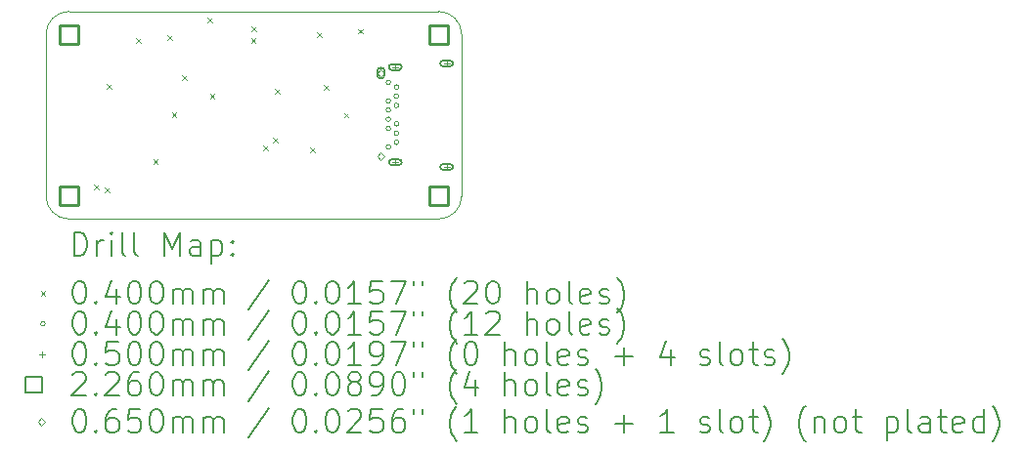
<source format=gbr>
%TF.GenerationSoftware,KiCad,Pcbnew,7.0.1*%
%TF.CreationDate,2023-03-24T10:33:38-04:00*%
%TF.ProjectId,wingbeat_detector,77696e67-6265-4617-945f-646574656374,3.0*%
%TF.SameCoordinates,Original*%
%TF.FileFunction,Drillmap*%
%TF.FilePolarity,Positive*%
%FSLAX45Y45*%
G04 Gerber Fmt 4.5, Leading zero omitted, Abs format (unit mm)*
G04 Created by KiCad (PCBNEW 7.0.1) date 2023-03-24 10:33:38*
%MOMM*%
%LPD*%
G01*
G04 APERTURE LIST*
%ADD10C,0.100000*%
%ADD11C,0.200000*%
%ADD12C,0.040000*%
%ADD13C,0.050000*%
%ADD14C,0.226000*%
%ADD15C,0.065000*%
G04 APERTURE END LIST*
D10*
X13200000Y-9300000D02*
X13200000Y-10700000D01*
X16600000Y-10900000D02*
G75*
G03*
X16800000Y-10700000I0J200000D01*
G01*
X16800000Y-9300000D02*
G75*
G03*
X16600000Y-9100000I-200000J0D01*
G01*
X13400000Y-9100000D02*
X16600000Y-9100000D01*
X13400000Y-9100000D02*
G75*
G03*
X13200000Y-9300000I0J-200000D01*
G01*
X16800000Y-10700000D02*
X16800000Y-9300000D01*
X13400000Y-10900000D02*
X16600000Y-10900000D01*
X13200000Y-10700000D02*
G75*
G03*
X13400000Y-10900000I200000J0D01*
G01*
D11*
D12*
X13617450Y-10599159D02*
X13657450Y-10639159D01*
X13657450Y-10599159D02*
X13617450Y-10639159D01*
X13708056Y-10627550D02*
X13748056Y-10667550D01*
X13748056Y-10627550D02*
X13708056Y-10667550D01*
X13729000Y-9730020D02*
X13769000Y-9770020D01*
X13769000Y-9730020D02*
X13729000Y-9770020D01*
X13980000Y-9330000D02*
X14020000Y-9370000D01*
X14020000Y-9330000D02*
X13980000Y-9370000D01*
X14130000Y-10380000D02*
X14170000Y-10420000D01*
X14170000Y-10380000D02*
X14130000Y-10420000D01*
X14255000Y-9305000D02*
X14295000Y-9345000D01*
X14295000Y-9305000D02*
X14255000Y-9345000D01*
X14290000Y-9975750D02*
X14330000Y-10015750D01*
X14330000Y-9975750D02*
X14290000Y-10015750D01*
X14380000Y-9655000D02*
X14420000Y-9695000D01*
X14420000Y-9655000D02*
X14380000Y-9695000D01*
X14600880Y-9154460D02*
X14640880Y-9194460D01*
X14640880Y-9154460D02*
X14600880Y-9194460D01*
X14620833Y-9814167D02*
X14660833Y-9854167D01*
X14660833Y-9814167D02*
X14620833Y-9854167D01*
X14977000Y-9330000D02*
X15017000Y-9370000D01*
X15017000Y-9330000D02*
X14977000Y-9370000D01*
X14980000Y-9230000D02*
X15020000Y-9270000D01*
X15020000Y-9230000D02*
X14980000Y-9270000D01*
X15084684Y-10263634D02*
X15124684Y-10303634D01*
X15124684Y-10263634D02*
X15084684Y-10303634D01*
X15166070Y-10196500D02*
X15206070Y-10236500D01*
X15206070Y-10196500D02*
X15166070Y-10236500D01*
X15183950Y-9773270D02*
X15223950Y-9813270D01*
X15223950Y-9773270D02*
X15183950Y-9813270D01*
X15487130Y-10279410D02*
X15527130Y-10319410D01*
X15527130Y-10279410D02*
X15487130Y-10319410D01*
X15547500Y-9280000D02*
X15587500Y-9320000D01*
X15587500Y-9280000D02*
X15547500Y-9320000D01*
X15609650Y-9737440D02*
X15649650Y-9777440D01*
X15649650Y-9737440D02*
X15609650Y-9777440D01*
X15780000Y-9980000D02*
X15820000Y-10020000D01*
X15820000Y-9980000D02*
X15780000Y-10020000D01*
X15905000Y-9252500D02*
X15945000Y-9292500D01*
X15945000Y-9252500D02*
X15905000Y-9292500D01*
X16185000Y-9715000D02*
G75*
G03*
X16185000Y-9715000I-20000J0D01*
G01*
X16185000Y-9875000D02*
G75*
G03*
X16185000Y-9875000I-20000J0D01*
G01*
X16185000Y-9955000D02*
G75*
G03*
X16185000Y-9955000I-20000J0D01*
G01*
X16185000Y-10035000D02*
G75*
G03*
X16185000Y-10035000I-20000J0D01*
G01*
X16185000Y-10115000D02*
G75*
G03*
X16185000Y-10115000I-20000J0D01*
G01*
X16185000Y-10275000D02*
G75*
G03*
X16185000Y-10275000I-20000J0D01*
G01*
X16255000Y-9755000D02*
G75*
G03*
X16255000Y-9755000I-20000J0D01*
G01*
X16255000Y-9835000D02*
G75*
G03*
X16255000Y-9835000I-20000J0D01*
G01*
X16255000Y-9915000D02*
G75*
G03*
X16255000Y-9915000I-20000J0D01*
G01*
X16255000Y-10075000D02*
G75*
G03*
X16255000Y-10075000I-20000J0D01*
G01*
X16255000Y-10155000D02*
G75*
G03*
X16255000Y-10155000I-20000J0D01*
G01*
X16255000Y-10235000D02*
G75*
G03*
X16255000Y-10235000I-20000J0D01*
G01*
D13*
X16225000Y-9557000D02*
X16225000Y-9607000D01*
X16200000Y-9582000D02*
X16250000Y-9582000D01*
D11*
X16195000Y-9607000D02*
X16255000Y-9607000D01*
X16255000Y-9607000D02*
G75*
G03*
X16255000Y-9557000I0J25000D01*
G01*
X16255000Y-9557000D02*
X16195000Y-9557000D01*
X16195000Y-9557000D02*
G75*
G03*
X16195000Y-9607000I0J-25000D01*
G01*
D13*
X16225000Y-10383000D02*
X16225000Y-10433000D01*
X16200000Y-10408000D02*
X16250000Y-10408000D01*
D11*
X16195000Y-10433000D02*
X16255000Y-10433000D01*
X16255000Y-10433000D02*
G75*
G03*
X16255000Y-10383000I0J25000D01*
G01*
X16255000Y-10383000D02*
X16195000Y-10383000D01*
X16195000Y-10383000D02*
G75*
G03*
X16195000Y-10433000I0J-25000D01*
G01*
D13*
X16670000Y-9526000D02*
X16670000Y-9576000D01*
X16645000Y-9551000D02*
X16695000Y-9551000D01*
D11*
X16640000Y-9576000D02*
X16700000Y-9576000D01*
X16700000Y-9576000D02*
G75*
G03*
X16700000Y-9526000I0J25000D01*
G01*
X16700000Y-9526000D02*
X16640000Y-9526000D01*
X16640000Y-9526000D02*
G75*
G03*
X16640000Y-9576000I0J-25000D01*
G01*
D13*
X16670000Y-10424000D02*
X16670000Y-10474000D01*
X16645000Y-10449000D02*
X16695000Y-10449000D01*
D11*
X16640000Y-10474000D02*
X16700000Y-10474000D01*
X16700000Y-10474000D02*
G75*
G03*
X16700000Y-10424000I0J25000D01*
G01*
X16700000Y-10424000D02*
X16640000Y-10424000D01*
X16640000Y-10424000D02*
G75*
G03*
X16640000Y-10474000I0J-25000D01*
G01*
D14*
X13479904Y-9379904D02*
X13479904Y-9220096D01*
X13320096Y-9220096D01*
X13320096Y-9379904D01*
X13479904Y-9379904D01*
X13479904Y-10779904D02*
X13479904Y-10620096D01*
X13320096Y-10620096D01*
X13320096Y-10779904D01*
X13479904Y-10779904D01*
X16679904Y-9379904D02*
X16679904Y-9220096D01*
X16520096Y-9220096D01*
X16520096Y-9379904D01*
X16679904Y-9379904D01*
X16679904Y-10779904D02*
X16679904Y-10620096D01*
X16520096Y-10620096D01*
X16520096Y-10779904D01*
X16679904Y-10779904D01*
D15*
X16100000Y-9667500D02*
X16132500Y-9635000D01*
X16100000Y-9602500D01*
X16067500Y-9635000D01*
X16100000Y-9667500D01*
D11*
X16132500Y-9650000D02*
X16132500Y-9620000D01*
X16132500Y-9620000D02*
G75*
G03*
X16067500Y-9620000I-32500J0D01*
G01*
X16067500Y-9620000D02*
X16067500Y-9650000D01*
X16067500Y-9650000D02*
G75*
G03*
X16132500Y-9650000I32500J0D01*
G01*
D15*
X16100000Y-10387500D02*
X16132500Y-10355000D01*
X16100000Y-10322500D01*
X16067500Y-10355000D01*
X16100000Y-10387500D01*
D11*
X13442619Y-11217524D02*
X13442619Y-11017524D01*
X13442619Y-11017524D02*
X13490238Y-11017524D01*
X13490238Y-11017524D02*
X13518809Y-11027048D01*
X13518809Y-11027048D02*
X13537857Y-11046095D01*
X13537857Y-11046095D02*
X13547381Y-11065143D01*
X13547381Y-11065143D02*
X13556905Y-11103238D01*
X13556905Y-11103238D02*
X13556905Y-11131810D01*
X13556905Y-11131810D02*
X13547381Y-11169905D01*
X13547381Y-11169905D02*
X13537857Y-11188952D01*
X13537857Y-11188952D02*
X13518809Y-11208000D01*
X13518809Y-11208000D02*
X13490238Y-11217524D01*
X13490238Y-11217524D02*
X13442619Y-11217524D01*
X13642619Y-11217524D02*
X13642619Y-11084190D01*
X13642619Y-11122286D02*
X13652143Y-11103238D01*
X13652143Y-11103238D02*
X13661667Y-11093714D01*
X13661667Y-11093714D02*
X13680714Y-11084190D01*
X13680714Y-11084190D02*
X13699762Y-11084190D01*
X13766428Y-11217524D02*
X13766428Y-11084190D01*
X13766428Y-11017524D02*
X13756905Y-11027048D01*
X13756905Y-11027048D02*
X13766428Y-11036571D01*
X13766428Y-11036571D02*
X13775952Y-11027048D01*
X13775952Y-11027048D02*
X13766428Y-11017524D01*
X13766428Y-11017524D02*
X13766428Y-11036571D01*
X13890238Y-11217524D02*
X13871190Y-11208000D01*
X13871190Y-11208000D02*
X13861667Y-11188952D01*
X13861667Y-11188952D02*
X13861667Y-11017524D01*
X13995000Y-11217524D02*
X13975952Y-11208000D01*
X13975952Y-11208000D02*
X13966428Y-11188952D01*
X13966428Y-11188952D02*
X13966428Y-11017524D01*
X14223571Y-11217524D02*
X14223571Y-11017524D01*
X14223571Y-11017524D02*
X14290238Y-11160381D01*
X14290238Y-11160381D02*
X14356905Y-11017524D01*
X14356905Y-11017524D02*
X14356905Y-11217524D01*
X14537857Y-11217524D02*
X14537857Y-11112762D01*
X14537857Y-11112762D02*
X14528333Y-11093714D01*
X14528333Y-11093714D02*
X14509286Y-11084190D01*
X14509286Y-11084190D02*
X14471190Y-11084190D01*
X14471190Y-11084190D02*
X14452143Y-11093714D01*
X14537857Y-11208000D02*
X14518809Y-11217524D01*
X14518809Y-11217524D02*
X14471190Y-11217524D01*
X14471190Y-11217524D02*
X14452143Y-11208000D01*
X14452143Y-11208000D02*
X14442619Y-11188952D01*
X14442619Y-11188952D02*
X14442619Y-11169905D01*
X14442619Y-11169905D02*
X14452143Y-11150857D01*
X14452143Y-11150857D02*
X14471190Y-11141333D01*
X14471190Y-11141333D02*
X14518809Y-11141333D01*
X14518809Y-11141333D02*
X14537857Y-11131810D01*
X14633095Y-11084190D02*
X14633095Y-11284190D01*
X14633095Y-11093714D02*
X14652143Y-11084190D01*
X14652143Y-11084190D02*
X14690238Y-11084190D01*
X14690238Y-11084190D02*
X14709286Y-11093714D01*
X14709286Y-11093714D02*
X14718809Y-11103238D01*
X14718809Y-11103238D02*
X14728333Y-11122286D01*
X14728333Y-11122286D02*
X14728333Y-11179429D01*
X14728333Y-11179429D02*
X14718809Y-11198476D01*
X14718809Y-11198476D02*
X14709286Y-11208000D01*
X14709286Y-11208000D02*
X14690238Y-11217524D01*
X14690238Y-11217524D02*
X14652143Y-11217524D01*
X14652143Y-11217524D02*
X14633095Y-11208000D01*
X14814048Y-11198476D02*
X14823571Y-11208000D01*
X14823571Y-11208000D02*
X14814048Y-11217524D01*
X14814048Y-11217524D02*
X14804524Y-11208000D01*
X14804524Y-11208000D02*
X14814048Y-11198476D01*
X14814048Y-11198476D02*
X14814048Y-11217524D01*
X14814048Y-11093714D02*
X14823571Y-11103238D01*
X14823571Y-11103238D02*
X14814048Y-11112762D01*
X14814048Y-11112762D02*
X14804524Y-11103238D01*
X14804524Y-11103238D02*
X14814048Y-11093714D01*
X14814048Y-11093714D02*
X14814048Y-11112762D01*
D12*
X13155000Y-11525000D02*
X13195000Y-11565000D01*
X13195000Y-11525000D02*
X13155000Y-11565000D01*
D11*
X13480714Y-11437524D02*
X13499762Y-11437524D01*
X13499762Y-11437524D02*
X13518809Y-11447048D01*
X13518809Y-11447048D02*
X13528333Y-11456571D01*
X13528333Y-11456571D02*
X13537857Y-11475619D01*
X13537857Y-11475619D02*
X13547381Y-11513714D01*
X13547381Y-11513714D02*
X13547381Y-11561333D01*
X13547381Y-11561333D02*
X13537857Y-11599428D01*
X13537857Y-11599428D02*
X13528333Y-11618476D01*
X13528333Y-11618476D02*
X13518809Y-11628000D01*
X13518809Y-11628000D02*
X13499762Y-11637524D01*
X13499762Y-11637524D02*
X13480714Y-11637524D01*
X13480714Y-11637524D02*
X13461667Y-11628000D01*
X13461667Y-11628000D02*
X13452143Y-11618476D01*
X13452143Y-11618476D02*
X13442619Y-11599428D01*
X13442619Y-11599428D02*
X13433095Y-11561333D01*
X13433095Y-11561333D02*
X13433095Y-11513714D01*
X13433095Y-11513714D02*
X13442619Y-11475619D01*
X13442619Y-11475619D02*
X13452143Y-11456571D01*
X13452143Y-11456571D02*
X13461667Y-11447048D01*
X13461667Y-11447048D02*
X13480714Y-11437524D01*
X13633095Y-11618476D02*
X13642619Y-11628000D01*
X13642619Y-11628000D02*
X13633095Y-11637524D01*
X13633095Y-11637524D02*
X13623571Y-11628000D01*
X13623571Y-11628000D02*
X13633095Y-11618476D01*
X13633095Y-11618476D02*
X13633095Y-11637524D01*
X13814048Y-11504190D02*
X13814048Y-11637524D01*
X13766428Y-11428000D02*
X13718809Y-11570857D01*
X13718809Y-11570857D02*
X13842619Y-11570857D01*
X13956905Y-11437524D02*
X13975952Y-11437524D01*
X13975952Y-11437524D02*
X13995000Y-11447048D01*
X13995000Y-11447048D02*
X14004524Y-11456571D01*
X14004524Y-11456571D02*
X14014048Y-11475619D01*
X14014048Y-11475619D02*
X14023571Y-11513714D01*
X14023571Y-11513714D02*
X14023571Y-11561333D01*
X14023571Y-11561333D02*
X14014048Y-11599428D01*
X14014048Y-11599428D02*
X14004524Y-11618476D01*
X14004524Y-11618476D02*
X13995000Y-11628000D01*
X13995000Y-11628000D02*
X13975952Y-11637524D01*
X13975952Y-11637524D02*
X13956905Y-11637524D01*
X13956905Y-11637524D02*
X13937857Y-11628000D01*
X13937857Y-11628000D02*
X13928333Y-11618476D01*
X13928333Y-11618476D02*
X13918809Y-11599428D01*
X13918809Y-11599428D02*
X13909286Y-11561333D01*
X13909286Y-11561333D02*
X13909286Y-11513714D01*
X13909286Y-11513714D02*
X13918809Y-11475619D01*
X13918809Y-11475619D02*
X13928333Y-11456571D01*
X13928333Y-11456571D02*
X13937857Y-11447048D01*
X13937857Y-11447048D02*
X13956905Y-11437524D01*
X14147381Y-11437524D02*
X14166429Y-11437524D01*
X14166429Y-11437524D02*
X14185476Y-11447048D01*
X14185476Y-11447048D02*
X14195000Y-11456571D01*
X14195000Y-11456571D02*
X14204524Y-11475619D01*
X14204524Y-11475619D02*
X14214048Y-11513714D01*
X14214048Y-11513714D02*
X14214048Y-11561333D01*
X14214048Y-11561333D02*
X14204524Y-11599428D01*
X14204524Y-11599428D02*
X14195000Y-11618476D01*
X14195000Y-11618476D02*
X14185476Y-11628000D01*
X14185476Y-11628000D02*
X14166429Y-11637524D01*
X14166429Y-11637524D02*
X14147381Y-11637524D01*
X14147381Y-11637524D02*
X14128333Y-11628000D01*
X14128333Y-11628000D02*
X14118809Y-11618476D01*
X14118809Y-11618476D02*
X14109286Y-11599428D01*
X14109286Y-11599428D02*
X14099762Y-11561333D01*
X14099762Y-11561333D02*
X14099762Y-11513714D01*
X14099762Y-11513714D02*
X14109286Y-11475619D01*
X14109286Y-11475619D02*
X14118809Y-11456571D01*
X14118809Y-11456571D02*
X14128333Y-11447048D01*
X14128333Y-11447048D02*
X14147381Y-11437524D01*
X14299762Y-11637524D02*
X14299762Y-11504190D01*
X14299762Y-11523238D02*
X14309286Y-11513714D01*
X14309286Y-11513714D02*
X14328333Y-11504190D01*
X14328333Y-11504190D02*
X14356905Y-11504190D01*
X14356905Y-11504190D02*
X14375952Y-11513714D01*
X14375952Y-11513714D02*
X14385476Y-11532762D01*
X14385476Y-11532762D02*
X14385476Y-11637524D01*
X14385476Y-11532762D02*
X14395000Y-11513714D01*
X14395000Y-11513714D02*
X14414048Y-11504190D01*
X14414048Y-11504190D02*
X14442619Y-11504190D01*
X14442619Y-11504190D02*
X14461667Y-11513714D01*
X14461667Y-11513714D02*
X14471190Y-11532762D01*
X14471190Y-11532762D02*
X14471190Y-11637524D01*
X14566429Y-11637524D02*
X14566429Y-11504190D01*
X14566429Y-11523238D02*
X14575952Y-11513714D01*
X14575952Y-11513714D02*
X14595000Y-11504190D01*
X14595000Y-11504190D02*
X14623571Y-11504190D01*
X14623571Y-11504190D02*
X14642619Y-11513714D01*
X14642619Y-11513714D02*
X14652143Y-11532762D01*
X14652143Y-11532762D02*
X14652143Y-11637524D01*
X14652143Y-11532762D02*
X14661667Y-11513714D01*
X14661667Y-11513714D02*
X14680714Y-11504190D01*
X14680714Y-11504190D02*
X14709286Y-11504190D01*
X14709286Y-11504190D02*
X14728333Y-11513714D01*
X14728333Y-11513714D02*
X14737857Y-11532762D01*
X14737857Y-11532762D02*
X14737857Y-11637524D01*
X15128333Y-11428000D02*
X14956905Y-11685143D01*
X15385476Y-11437524D02*
X15404524Y-11437524D01*
X15404524Y-11437524D02*
X15423572Y-11447048D01*
X15423572Y-11447048D02*
X15433095Y-11456571D01*
X15433095Y-11456571D02*
X15442619Y-11475619D01*
X15442619Y-11475619D02*
X15452143Y-11513714D01*
X15452143Y-11513714D02*
X15452143Y-11561333D01*
X15452143Y-11561333D02*
X15442619Y-11599428D01*
X15442619Y-11599428D02*
X15433095Y-11618476D01*
X15433095Y-11618476D02*
X15423572Y-11628000D01*
X15423572Y-11628000D02*
X15404524Y-11637524D01*
X15404524Y-11637524D02*
X15385476Y-11637524D01*
X15385476Y-11637524D02*
X15366429Y-11628000D01*
X15366429Y-11628000D02*
X15356905Y-11618476D01*
X15356905Y-11618476D02*
X15347381Y-11599428D01*
X15347381Y-11599428D02*
X15337857Y-11561333D01*
X15337857Y-11561333D02*
X15337857Y-11513714D01*
X15337857Y-11513714D02*
X15347381Y-11475619D01*
X15347381Y-11475619D02*
X15356905Y-11456571D01*
X15356905Y-11456571D02*
X15366429Y-11447048D01*
X15366429Y-11447048D02*
X15385476Y-11437524D01*
X15537857Y-11618476D02*
X15547381Y-11628000D01*
X15547381Y-11628000D02*
X15537857Y-11637524D01*
X15537857Y-11637524D02*
X15528333Y-11628000D01*
X15528333Y-11628000D02*
X15537857Y-11618476D01*
X15537857Y-11618476D02*
X15537857Y-11637524D01*
X15671191Y-11437524D02*
X15690238Y-11437524D01*
X15690238Y-11437524D02*
X15709286Y-11447048D01*
X15709286Y-11447048D02*
X15718810Y-11456571D01*
X15718810Y-11456571D02*
X15728333Y-11475619D01*
X15728333Y-11475619D02*
X15737857Y-11513714D01*
X15737857Y-11513714D02*
X15737857Y-11561333D01*
X15737857Y-11561333D02*
X15728333Y-11599428D01*
X15728333Y-11599428D02*
X15718810Y-11618476D01*
X15718810Y-11618476D02*
X15709286Y-11628000D01*
X15709286Y-11628000D02*
X15690238Y-11637524D01*
X15690238Y-11637524D02*
X15671191Y-11637524D01*
X15671191Y-11637524D02*
X15652143Y-11628000D01*
X15652143Y-11628000D02*
X15642619Y-11618476D01*
X15642619Y-11618476D02*
X15633095Y-11599428D01*
X15633095Y-11599428D02*
X15623572Y-11561333D01*
X15623572Y-11561333D02*
X15623572Y-11513714D01*
X15623572Y-11513714D02*
X15633095Y-11475619D01*
X15633095Y-11475619D02*
X15642619Y-11456571D01*
X15642619Y-11456571D02*
X15652143Y-11447048D01*
X15652143Y-11447048D02*
X15671191Y-11437524D01*
X15928333Y-11637524D02*
X15814048Y-11637524D01*
X15871191Y-11637524D02*
X15871191Y-11437524D01*
X15871191Y-11437524D02*
X15852143Y-11466095D01*
X15852143Y-11466095D02*
X15833095Y-11485143D01*
X15833095Y-11485143D02*
X15814048Y-11494667D01*
X16109286Y-11437524D02*
X16014048Y-11437524D01*
X16014048Y-11437524D02*
X16004524Y-11532762D01*
X16004524Y-11532762D02*
X16014048Y-11523238D01*
X16014048Y-11523238D02*
X16033095Y-11513714D01*
X16033095Y-11513714D02*
X16080714Y-11513714D01*
X16080714Y-11513714D02*
X16099762Y-11523238D01*
X16099762Y-11523238D02*
X16109286Y-11532762D01*
X16109286Y-11532762D02*
X16118810Y-11551809D01*
X16118810Y-11551809D02*
X16118810Y-11599428D01*
X16118810Y-11599428D02*
X16109286Y-11618476D01*
X16109286Y-11618476D02*
X16099762Y-11628000D01*
X16099762Y-11628000D02*
X16080714Y-11637524D01*
X16080714Y-11637524D02*
X16033095Y-11637524D01*
X16033095Y-11637524D02*
X16014048Y-11628000D01*
X16014048Y-11628000D02*
X16004524Y-11618476D01*
X16185476Y-11437524D02*
X16318810Y-11437524D01*
X16318810Y-11437524D02*
X16233095Y-11637524D01*
X16385476Y-11437524D02*
X16385476Y-11475619D01*
X16461667Y-11437524D02*
X16461667Y-11475619D01*
X16756905Y-11713714D02*
X16747381Y-11704190D01*
X16747381Y-11704190D02*
X16728334Y-11675619D01*
X16728334Y-11675619D02*
X16718810Y-11656571D01*
X16718810Y-11656571D02*
X16709286Y-11628000D01*
X16709286Y-11628000D02*
X16699762Y-11580381D01*
X16699762Y-11580381D02*
X16699762Y-11542286D01*
X16699762Y-11542286D02*
X16709286Y-11494667D01*
X16709286Y-11494667D02*
X16718810Y-11466095D01*
X16718810Y-11466095D02*
X16728334Y-11447048D01*
X16728334Y-11447048D02*
X16747381Y-11418476D01*
X16747381Y-11418476D02*
X16756905Y-11408952D01*
X16823572Y-11456571D02*
X16833096Y-11447048D01*
X16833096Y-11447048D02*
X16852143Y-11437524D01*
X16852143Y-11437524D02*
X16899762Y-11437524D01*
X16899762Y-11437524D02*
X16918810Y-11447048D01*
X16918810Y-11447048D02*
X16928334Y-11456571D01*
X16928334Y-11456571D02*
X16937857Y-11475619D01*
X16937857Y-11475619D02*
X16937857Y-11494667D01*
X16937857Y-11494667D02*
X16928334Y-11523238D01*
X16928334Y-11523238D02*
X16814048Y-11637524D01*
X16814048Y-11637524D02*
X16937857Y-11637524D01*
X17061667Y-11437524D02*
X17080715Y-11437524D01*
X17080715Y-11437524D02*
X17099762Y-11447048D01*
X17099762Y-11447048D02*
X17109286Y-11456571D01*
X17109286Y-11456571D02*
X17118810Y-11475619D01*
X17118810Y-11475619D02*
X17128334Y-11513714D01*
X17128334Y-11513714D02*
X17128334Y-11561333D01*
X17128334Y-11561333D02*
X17118810Y-11599428D01*
X17118810Y-11599428D02*
X17109286Y-11618476D01*
X17109286Y-11618476D02*
X17099762Y-11628000D01*
X17099762Y-11628000D02*
X17080715Y-11637524D01*
X17080715Y-11637524D02*
X17061667Y-11637524D01*
X17061667Y-11637524D02*
X17042619Y-11628000D01*
X17042619Y-11628000D02*
X17033096Y-11618476D01*
X17033096Y-11618476D02*
X17023572Y-11599428D01*
X17023572Y-11599428D02*
X17014048Y-11561333D01*
X17014048Y-11561333D02*
X17014048Y-11513714D01*
X17014048Y-11513714D02*
X17023572Y-11475619D01*
X17023572Y-11475619D02*
X17033096Y-11456571D01*
X17033096Y-11456571D02*
X17042619Y-11447048D01*
X17042619Y-11447048D02*
X17061667Y-11437524D01*
X17366429Y-11637524D02*
X17366429Y-11437524D01*
X17452143Y-11637524D02*
X17452143Y-11532762D01*
X17452143Y-11532762D02*
X17442619Y-11513714D01*
X17442619Y-11513714D02*
X17423572Y-11504190D01*
X17423572Y-11504190D02*
X17395000Y-11504190D01*
X17395000Y-11504190D02*
X17375953Y-11513714D01*
X17375953Y-11513714D02*
X17366429Y-11523238D01*
X17575953Y-11637524D02*
X17556905Y-11628000D01*
X17556905Y-11628000D02*
X17547381Y-11618476D01*
X17547381Y-11618476D02*
X17537858Y-11599428D01*
X17537858Y-11599428D02*
X17537858Y-11542286D01*
X17537858Y-11542286D02*
X17547381Y-11523238D01*
X17547381Y-11523238D02*
X17556905Y-11513714D01*
X17556905Y-11513714D02*
X17575953Y-11504190D01*
X17575953Y-11504190D02*
X17604524Y-11504190D01*
X17604524Y-11504190D02*
X17623572Y-11513714D01*
X17623572Y-11513714D02*
X17633096Y-11523238D01*
X17633096Y-11523238D02*
X17642619Y-11542286D01*
X17642619Y-11542286D02*
X17642619Y-11599428D01*
X17642619Y-11599428D02*
X17633096Y-11618476D01*
X17633096Y-11618476D02*
X17623572Y-11628000D01*
X17623572Y-11628000D02*
X17604524Y-11637524D01*
X17604524Y-11637524D02*
X17575953Y-11637524D01*
X17756905Y-11637524D02*
X17737858Y-11628000D01*
X17737858Y-11628000D02*
X17728334Y-11608952D01*
X17728334Y-11608952D02*
X17728334Y-11437524D01*
X17909286Y-11628000D02*
X17890239Y-11637524D01*
X17890239Y-11637524D02*
X17852143Y-11637524D01*
X17852143Y-11637524D02*
X17833096Y-11628000D01*
X17833096Y-11628000D02*
X17823572Y-11608952D01*
X17823572Y-11608952D02*
X17823572Y-11532762D01*
X17823572Y-11532762D02*
X17833096Y-11513714D01*
X17833096Y-11513714D02*
X17852143Y-11504190D01*
X17852143Y-11504190D02*
X17890239Y-11504190D01*
X17890239Y-11504190D02*
X17909286Y-11513714D01*
X17909286Y-11513714D02*
X17918810Y-11532762D01*
X17918810Y-11532762D02*
X17918810Y-11551809D01*
X17918810Y-11551809D02*
X17823572Y-11570857D01*
X17995000Y-11628000D02*
X18014048Y-11637524D01*
X18014048Y-11637524D02*
X18052143Y-11637524D01*
X18052143Y-11637524D02*
X18071191Y-11628000D01*
X18071191Y-11628000D02*
X18080715Y-11608952D01*
X18080715Y-11608952D02*
X18080715Y-11599428D01*
X18080715Y-11599428D02*
X18071191Y-11580381D01*
X18071191Y-11580381D02*
X18052143Y-11570857D01*
X18052143Y-11570857D02*
X18023572Y-11570857D01*
X18023572Y-11570857D02*
X18004524Y-11561333D01*
X18004524Y-11561333D02*
X17995000Y-11542286D01*
X17995000Y-11542286D02*
X17995000Y-11532762D01*
X17995000Y-11532762D02*
X18004524Y-11513714D01*
X18004524Y-11513714D02*
X18023572Y-11504190D01*
X18023572Y-11504190D02*
X18052143Y-11504190D01*
X18052143Y-11504190D02*
X18071191Y-11513714D01*
X18147381Y-11713714D02*
X18156905Y-11704190D01*
X18156905Y-11704190D02*
X18175953Y-11675619D01*
X18175953Y-11675619D02*
X18185477Y-11656571D01*
X18185477Y-11656571D02*
X18195000Y-11628000D01*
X18195000Y-11628000D02*
X18204524Y-11580381D01*
X18204524Y-11580381D02*
X18204524Y-11542286D01*
X18204524Y-11542286D02*
X18195000Y-11494667D01*
X18195000Y-11494667D02*
X18185477Y-11466095D01*
X18185477Y-11466095D02*
X18175953Y-11447048D01*
X18175953Y-11447048D02*
X18156905Y-11418476D01*
X18156905Y-11418476D02*
X18147381Y-11408952D01*
D12*
X13195000Y-11809000D02*
G75*
G03*
X13195000Y-11809000I-20000J0D01*
G01*
D11*
X13480714Y-11701524D02*
X13499762Y-11701524D01*
X13499762Y-11701524D02*
X13518809Y-11711048D01*
X13518809Y-11711048D02*
X13528333Y-11720571D01*
X13528333Y-11720571D02*
X13537857Y-11739619D01*
X13537857Y-11739619D02*
X13547381Y-11777714D01*
X13547381Y-11777714D02*
X13547381Y-11825333D01*
X13547381Y-11825333D02*
X13537857Y-11863428D01*
X13537857Y-11863428D02*
X13528333Y-11882476D01*
X13528333Y-11882476D02*
X13518809Y-11892000D01*
X13518809Y-11892000D02*
X13499762Y-11901524D01*
X13499762Y-11901524D02*
X13480714Y-11901524D01*
X13480714Y-11901524D02*
X13461667Y-11892000D01*
X13461667Y-11892000D02*
X13452143Y-11882476D01*
X13452143Y-11882476D02*
X13442619Y-11863428D01*
X13442619Y-11863428D02*
X13433095Y-11825333D01*
X13433095Y-11825333D02*
X13433095Y-11777714D01*
X13433095Y-11777714D02*
X13442619Y-11739619D01*
X13442619Y-11739619D02*
X13452143Y-11720571D01*
X13452143Y-11720571D02*
X13461667Y-11711048D01*
X13461667Y-11711048D02*
X13480714Y-11701524D01*
X13633095Y-11882476D02*
X13642619Y-11892000D01*
X13642619Y-11892000D02*
X13633095Y-11901524D01*
X13633095Y-11901524D02*
X13623571Y-11892000D01*
X13623571Y-11892000D02*
X13633095Y-11882476D01*
X13633095Y-11882476D02*
X13633095Y-11901524D01*
X13814048Y-11768190D02*
X13814048Y-11901524D01*
X13766428Y-11692000D02*
X13718809Y-11834857D01*
X13718809Y-11834857D02*
X13842619Y-11834857D01*
X13956905Y-11701524D02*
X13975952Y-11701524D01*
X13975952Y-11701524D02*
X13995000Y-11711048D01*
X13995000Y-11711048D02*
X14004524Y-11720571D01*
X14004524Y-11720571D02*
X14014048Y-11739619D01*
X14014048Y-11739619D02*
X14023571Y-11777714D01*
X14023571Y-11777714D02*
X14023571Y-11825333D01*
X14023571Y-11825333D02*
X14014048Y-11863428D01*
X14014048Y-11863428D02*
X14004524Y-11882476D01*
X14004524Y-11882476D02*
X13995000Y-11892000D01*
X13995000Y-11892000D02*
X13975952Y-11901524D01*
X13975952Y-11901524D02*
X13956905Y-11901524D01*
X13956905Y-11901524D02*
X13937857Y-11892000D01*
X13937857Y-11892000D02*
X13928333Y-11882476D01*
X13928333Y-11882476D02*
X13918809Y-11863428D01*
X13918809Y-11863428D02*
X13909286Y-11825333D01*
X13909286Y-11825333D02*
X13909286Y-11777714D01*
X13909286Y-11777714D02*
X13918809Y-11739619D01*
X13918809Y-11739619D02*
X13928333Y-11720571D01*
X13928333Y-11720571D02*
X13937857Y-11711048D01*
X13937857Y-11711048D02*
X13956905Y-11701524D01*
X14147381Y-11701524D02*
X14166429Y-11701524D01*
X14166429Y-11701524D02*
X14185476Y-11711048D01*
X14185476Y-11711048D02*
X14195000Y-11720571D01*
X14195000Y-11720571D02*
X14204524Y-11739619D01*
X14204524Y-11739619D02*
X14214048Y-11777714D01*
X14214048Y-11777714D02*
X14214048Y-11825333D01*
X14214048Y-11825333D02*
X14204524Y-11863428D01*
X14204524Y-11863428D02*
X14195000Y-11882476D01*
X14195000Y-11882476D02*
X14185476Y-11892000D01*
X14185476Y-11892000D02*
X14166429Y-11901524D01*
X14166429Y-11901524D02*
X14147381Y-11901524D01*
X14147381Y-11901524D02*
X14128333Y-11892000D01*
X14128333Y-11892000D02*
X14118809Y-11882476D01*
X14118809Y-11882476D02*
X14109286Y-11863428D01*
X14109286Y-11863428D02*
X14099762Y-11825333D01*
X14099762Y-11825333D02*
X14099762Y-11777714D01*
X14099762Y-11777714D02*
X14109286Y-11739619D01*
X14109286Y-11739619D02*
X14118809Y-11720571D01*
X14118809Y-11720571D02*
X14128333Y-11711048D01*
X14128333Y-11711048D02*
X14147381Y-11701524D01*
X14299762Y-11901524D02*
X14299762Y-11768190D01*
X14299762Y-11787238D02*
X14309286Y-11777714D01*
X14309286Y-11777714D02*
X14328333Y-11768190D01*
X14328333Y-11768190D02*
X14356905Y-11768190D01*
X14356905Y-11768190D02*
X14375952Y-11777714D01*
X14375952Y-11777714D02*
X14385476Y-11796762D01*
X14385476Y-11796762D02*
X14385476Y-11901524D01*
X14385476Y-11796762D02*
X14395000Y-11777714D01*
X14395000Y-11777714D02*
X14414048Y-11768190D01*
X14414048Y-11768190D02*
X14442619Y-11768190D01*
X14442619Y-11768190D02*
X14461667Y-11777714D01*
X14461667Y-11777714D02*
X14471190Y-11796762D01*
X14471190Y-11796762D02*
X14471190Y-11901524D01*
X14566429Y-11901524D02*
X14566429Y-11768190D01*
X14566429Y-11787238D02*
X14575952Y-11777714D01*
X14575952Y-11777714D02*
X14595000Y-11768190D01*
X14595000Y-11768190D02*
X14623571Y-11768190D01*
X14623571Y-11768190D02*
X14642619Y-11777714D01*
X14642619Y-11777714D02*
X14652143Y-11796762D01*
X14652143Y-11796762D02*
X14652143Y-11901524D01*
X14652143Y-11796762D02*
X14661667Y-11777714D01*
X14661667Y-11777714D02*
X14680714Y-11768190D01*
X14680714Y-11768190D02*
X14709286Y-11768190D01*
X14709286Y-11768190D02*
X14728333Y-11777714D01*
X14728333Y-11777714D02*
X14737857Y-11796762D01*
X14737857Y-11796762D02*
X14737857Y-11901524D01*
X15128333Y-11692000D02*
X14956905Y-11949143D01*
X15385476Y-11701524D02*
X15404524Y-11701524D01*
X15404524Y-11701524D02*
X15423572Y-11711048D01*
X15423572Y-11711048D02*
X15433095Y-11720571D01*
X15433095Y-11720571D02*
X15442619Y-11739619D01*
X15442619Y-11739619D02*
X15452143Y-11777714D01*
X15452143Y-11777714D02*
X15452143Y-11825333D01*
X15452143Y-11825333D02*
X15442619Y-11863428D01*
X15442619Y-11863428D02*
X15433095Y-11882476D01*
X15433095Y-11882476D02*
X15423572Y-11892000D01*
X15423572Y-11892000D02*
X15404524Y-11901524D01*
X15404524Y-11901524D02*
X15385476Y-11901524D01*
X15385476Y-11901524D02*
X15366429Y-11892000D01*
X15366429Y-11892000D02*
X15356905Y-11882476D01*
X15356905Y-11882476D02*
X15347381Y-11863428D01*
X15347381Y-11863428D02*
X15337857Y-11825333D01*
X15337857Y-11825333D02*
X15337857Y-11777714D01*
X15337857Y-11777714D02*
X15347381Y-11739619D01*
X15347381Y-11739619D02*
X15356905Y-11720571D01*
X15356905Y-11720571D02*
X15366429Y-11711048D01*
X15366429Y-11711048D02*
X15385476Y-11701524D01*
X15537857Y-11882476D02*
X15547381Y-11892000D01*
X15547381Y-11892000D02*
X15537857Y-11901524D01*
X15537857Y-11901524D02*
X15528333Y-11892000D01*
X15528333Y-11892000D02*
X15537857Y-11882476D01*
X15537857Y-11882476D02*
X15537857Y-11901524D01*
X15671191Y-11701524D02*
X15690238Y-11701524D01*
X15690238Y-11701524D02*
X15709286Y-11711048D01*
X15709286Y-11711048D02*
X15718810Y-11720571D01*
X15718810Y-11720571D02*
X15728333Y-11739619D01*
X15728333Y-11739619D02*
X15737857Y-11777714D01*
X15737857Y-11777714D02*
X15737857Y-11825333D01*
X15737857Y-11825333D02*
X15728333Y-11863428D01*
X15728333Y-11863428D02*
X15718810Y-11882476D01*
X15718810Y-11882476D02*
X15709286Y-11892000D01*
X15709286Y-11892000D02*
X15690238Y-11901524D01*
X15690238Y-11901524D02*
X15671191Y-11901524D01*
X15671191Y-11901524D02*
X15652143Y-11892000D01*
X15652143Y-11892000D02*
X15642619Y-11882476D01*
X15642619Y-11882476D02*
X15633095Y-11863428D01*
X15633095Y-11863428D02*
X15623572Y-11825333D01*
X15623572Y-11825333D02*
X15623572Y-11777714D01*
X15623572Y-11777714D02*
X15633095Y-11739619D01*
X15633095Y-11739619D02*
X15642619Y-11720571D01*
X15642619Y-11720571D02*
X15652143Y-11711048D01*
X15652143Y-11711048D02*
X15671191Y-11701524D01*
X15928333Y-11901524D02*
X15814048Y-11901524D01*
X15871191Y-11901524D02*
X15871191Y-11701524D01*
X15871191Y-11701524D02*
X15852143Y-11730095D01*
X15852143Y-11730095D02*
X15833095Y-11749143D01*
X15833095Y-11749143D02*
X15814048Y-11758667D01*
X16109286Y-11701524D02*
X16014048Y-11701524D01*
X16014048Y-11701524D02*
X16004524Y-11796762D01*
X16004524Y-11796762D02*
X16014048Y-11787238D01*
X16014048Y-11787238D02*
X16033095Y-11777714D01*
X16033095Y-11777714D02*
X16080714Y-11777714D01*
X16080714Y-11777714D02*
X16099762Y-11787238D01*
X16099762Y-11787238D02*
X16109286Y-11796762D01*
X16109286Y-11796762D02*
X16118810Y-11815809D01*
X16118810Y-11815809D02*
X16118810Y-11863428D01*
X16118810Y-11863428D02*
X16109286Y-11882476D01*
X16109286Y-11882476D02*
X16099762Y-11892000D01*
X16099762Y-11892000D02*
X16080714Y-11901524D01*
X16080714Y-11901524D02*
X16033095Y-11901524D01*
X16033095Y-11901524D02*
X16014048Y-11892000D01*
X16014048Y-11892000D02*
X16004524Y-11882476D01*
X16185476Y-11701524D02*
X16318810Y-11701524D01*
X16318810Y-11701524D02*
X16233095Y-11901524D01*
X16385476Y-11701524D02*
X16385476Y-11739619D01*
X16461667Y-11701524D02*
X16461667Y-11739619D01*
X16756905Y-11977714D02*
X16747381Y-11968190D01*
X16747381Y-11968190D02*
X16728334Y-11939619D01*
X16728334Y-11939619D02*
X16718810Y-11920571D01*
X16718810Y-11920571D02*
X16709286Y-11892000D01*
X16709286Y-11892000D02*
X16699762Y-11844381D01*
X16699762Y-11844381D02*
X16699762Y-11806286D01*
X16699762Y-11806286D02*
X16709286Y-11758667D01*
X16709286Y-11758667D02*
X16718810Y-11730095D01*
X16718810Y-11730095D02*
X16728334Y-11711048D01*
X16728334Y-11711048D02*
X16747381Y-11682476D01*
X16747381Y-11682476D02*
X16756905Y-11672952D01*
X16937857Y-11901524D02*
X16823572Y-11901524D01*
X16880715Y-11901524D02*
X16880715Y-11701524D01*
X16880715Y-11701524D02*
X16861667Y-11730095D01*
X16861667Y-11730095D02*
X16842619Y-11749143D01*
X16842619Y-11749143D02*
X16823572Y-11758667D01*
X17014048Y-11720571D02*
X17023572Y-11711048D01*
X17023572Y-11711048D02*
X17042619Y-11701524D01*
X17042619Y-11701524D02*
X17090238Y-11701524D01*
X17090238Y-11701524D02*
X17109286Y-11711048D01*
X17109286Y-11711048D02*
X17118810Y-11720571D01*
X17118810Y-11720571D02*
X17128334Y-11739619D01*
X17128334Y-11739619D02*
X17128334Y-11758667D01*
X17128334Y-11758667D02*
X17118810Y-11787238D01*
X17118810Y-11787238D02*
X17004524Y-11901524D01*
X17004524Y-11901524D02*
X17128334Y-11901524D01*
X17366429Y-11901524D02*
X17366429Y-11701524D01*
X17452143Y-11901524D02*
X17452143Y-11796762D01*
X17452143Y-11796762D02*
X17442619Y-11777714D01*
X17442619Y-11777714D02*
X17423572Y-11768190D01*
X17423572Y-11768190D02*
X17395000Y-11768190D01*
X17395000Y-11768190D02*
X17375953Y-11777714D01*
X17375953Y-11777714D02*
X17366429Y-11787238D01*
X17575953Y-11901524D02*
X17556905Y-11892000D01*
X17556905Y-11892000D02*
X17547381Y-11882476D01*
X17547381Y-11882476D02*
X17537858Y-11863428D01*
X17537858Y-11863428D02*
X17537858Y-11806286D01*
X17537858Y-11806286D02*
X17547381Y-11787238D01*
X17547381Y-11787238D02*
X17556905Y-11777714D01*
X17556905Y-11777714D02*
X17575953Y-11768190D01*
X17575953Y-11768190D02*
X17604524Y-11768190D01*
X17604524Y-11768190D02*
X17623572Y-11777714D01*
X17623572Y-11777714D02*
X17633096Y-11787238D01*
X17633096Y-11787238D02*
X17642619Y-11806286D01*
X17642619Y-11806286D02*
X17642619Y-11863428D01*
X17642619Y-11863428D02*
X17633096Y-11882476D01*
X17633096Y-11882476D02*
X17623572Y-11892000D01*
X17623572Y-11892000D02*
X17604524Y-11901524D01*
X17604524Y-11901524D02*
X17575953Y-11901524D01*
X17756905Y-11901524D02*
X17737858Y-11892000D01*
X17737858Y-11892000D02*
X17728334Y-11872952D01*
X17728334Y-11872952D02*
X17728334Y-11701524D01*
X17909286Y-11892000D02*
X17890239Y-11901524D01*
X17890239Y-11901524D02*
X17852143Y-11901524D01*
X17852143Y-11901524D02*
X17833096Y-11892000D01*
X17833096Y-11892000D02*
X17823572Y-11872952D01*
X17823572Y-11872952D02*
X17823572Y-11796762D01*
X17823572Y-11796762D02*
X17833096Y-11777714D01*
X17833096Y-11777714D02*
X17852143Y-11768190D01*
X17852143Y-11768190D02*
X17890239Y-11768190D01*
X17890239Y-11768190D02*
X17909286Y-11777714D01*
X17909286Y-11777714D02*
X17918810Y-11796762D01*
X17918810Y-11796762D02*
X17918810Y-11815809D01*
X17918810Y-11815809D02*
X17823572Y-11834857D01*
X17995000Y-11892000D02*
X18014048Y-11901524D01*
X18014048Y-11901524D02*
X18052143Y-11901524D01*
X18052143Y-11901524D02*
X18071191Y-11892000D01*
X18071191Y-11892000D02*
X18080715Y-11872952D01*
X18080715Y-11872952D02*
X18080715Y-11863428D01*
X18080715Y-11863428D02*
X18071191Y-11844381D01*
X18071191Y-11844381D02*
X18052143Y-11834857D01*
X18052143Y-11834857D02*
X18023572Y-11834857D01*
X18023572Y-11834857D02*
X18004524Y-11825333D01*
X18004524Y-11825333D02*
X17995000Y-11806286D01*
X17995000Y-11806286D02*
X17995000Y-11796762D01*
X17995000Y-11796762D02*
X18004524Y-11777714D01*
X18004524Y-11777714D02*
X18023572Y-11768190D01*
X18023572Y-11768190D02*
X18052143Y-11768190D01*
X18052143Y-11768190D02*
X18071191Y-11777714D01*
X18147381Y-11977714D02*
X18156905Y-11968190D01*
X18156905Y-11968190D02*
X18175953Y-11939619D01*
X18175953Y-11939619D02*
X18185477Y-11920571D01*
X18185477Y-11920571D02*
X18195000Y-11892000D01*
X18195000Y-11892000D02*
X18204524Y-11844381D01*
X18204524Y-11844381D02*
X18204524Y-11806286D01*
X18204524Y-11806286D02*
X18195000Y-11758667D01*
X18195000Y-11758667D02*
X18185477Y-11730095D01*
X18185477Y-11730095D02*
X18175953Y-11711048D01*
X18175953Y-11711048D02*
X18156905Y-11682476D01*
X18156905Y-11682476D02*
X18147381Y-11672952D01*
D13*
X13170000Y-12048000D02*
X13170000Y-12098000D01*
X13145000Y-12073000D02*
X13195000Y-12073000D01*
D11*
X13480714Y-11965524D02*
X13499762Y-11965524D01*
X13499762Y-11965524D02*
X13518809Y-11975048D01*
X13518809Y-11975048D02*
X13528333Y-11984571D01*
X13528333Y-11984571D02*
X13537857Y-12003619D01*
X13537857Y-12003619D02*
X13547381Y-12041714D01*
X13547381Y-12041714D02*
X13547381Y-12089333D01*
X13547381Y-12089333D02*
X13537857Y-12127428D01*
X13537857Y-12127428D02*
X13528333Y-12146476D01*
X13528333Y-12146476D02*
X13518809Y-12156000D01*
X13518809Y-12156000D02*
X13499762Y-12165524D01*
X13499762Y-12165524D02*
X13480714Y-12165524D01*
X13480714Y-12165524D02*
X13461667Y-12156000D01*
X13461667Y-12156000D02*
X13452143Y-12146476D01*
X13452143Y-12146476D02*
X13442619Y-12127428D01*
X13442619Y-12127428D02*
X13433095Y-12089333D01*
X13433095Y-12089333D02*
X13433095Y-12041714D01*
X13433095Y-12041714D02*
X13442619Y-12003619D01*
X13442619Y-12003619D02*
X13452143Y-11984571D01*
X13452143Y-11984571D02*
X13461667Y-11975048D01*
X13461667Y-11975048D02*
X13480714Y-11965524D01*
X13633095Y-12146476D02*
X13642619Y-12156000D01*
X13642619Y-12156000D02*
X13633095Y-12165524D01*
X13633095Y-12165524D02*
X13623571Y-12156000D01*
X13623571Y-12156000D02*
X13633095Y-12146476D01*
X13633095Y-12146476D02*
X13633095Y-12165524D01*
X13823571Y-11965524D02*
X13728333Y-11965524D01*
X13728333Y-11965524D02*
X13718809Y-12060762D01*
X13718809Y-12060762D02*
X13728333Y-12051238D01*
X13728333Y-12051238D02*
X13747381Y-12041714D01*
X13747381Y-12041714D02*
X13795000Y-12041714D01*
X13795000Y-12041714D02*
X13814048Y-12051238D01*
X13814048Y-12051238D02*
X13823571Y-12060762D01*
X13823571Y-12060762D02*
X13833095Y-12079809D01*
X13833095Y-12079809D02*
X13833095Y-12127428D01*
X13833095Y-12127428D02*
X13823571Y-12146476D01*
X13823571Y-12146476D02*
X13814048Y-12156000D01*
X13814048Y-12156000D02*
X13795000Y-12165524D01*
X13795000Y-12165524D02*
X13747381Y-12165524D01*
X13747381Y-12165524D02*
X13728333Y-12156000D01*
X13728333Y-12156000D02*
X13718809Y-12146476D01*
X13956905Y-11965524D02*
X13975952Y-11965524D01*
X13975952Y-11965524D02*
X13995000Y-11975048D01*
X13995000Y-11975048D02*
X14004524Y-11984571D01*
X14004524Y-11984571D02*
X14014048Y-12003619D01*
X14014048Y-12003619D02*
X14023571Y-12041714D01*
X14023571Y-12041714D02*
X14023571Y-12089333D01*
X14023571Y-12089333D02*
X14014048Y-12127428D01*
X14014048Y-12127428D02*
X14004524Y-12146476D01*
X14004524Y-12146476D02*
X13995000Y-12156000D01*
X13995000Y-12156000D02*
X13975952Y-12165524D01*
X13975952Y-12165524D02*
X13956905Y-12165524D01*
X13956905Y-12165524D02*
X13937857Y-12156000D01*
X13937857Y-12156000D02*
X13928333Y-12146476D01*
X13928333Y-12146476D02*
X13918809Y-12127428D01*
X13918809Y-12127428D02*
X13909286Y-12089333D01*
X13909286Y-12089333D02*
X13909286Y-12041714D01*
X13909286Y-12041714D02*
X13918809Y-12003619D01*
X13918809Y-12003619D02*
X13928333Y-11984571D01*
X13928333Y-11984571D02*
X13937857Y-11975048D01*
X13937857Y-11975048D02*
X13956905Y-11965524D01*
X14147381Y-11965524D02*
X14166429Y-11965524D01*
X14166429Y-11965524D02*
X14185476Y-11975048D01*
X14185476Y-11975048D02*
X14195000Y-11984571D01*
X14195000Y-11984571D02*
X14204524Y-12003619D01*
X14204524Y-12003619D02*
X14214048Y-12041714D01*
X14214048Y-12041714D02*
X14214048Y-12089333D01*
X14214048Y-12089333D02*
X14204524Y-12127428D01*
X14204524Y-12127428D02*
X14195000Y-12146476D01*
X14195000Y-12146476D02*
X14185476Y-12156000D01*
X14185476Y-12156000D02*
X14166429Y-12165524D01*
X14166429Y-12165524D02*
X14147381Y-12165524D01*
X14147381Y-12165524D02*
X14128333Y-12156000D01*
X14128333Y-12156000D02*
X14118809Y-12146476D01*
X14118809Y-12146476D02*
X14109286Y-12127428D01*
X14109286Y-12127428D02*
X14099762Y-12089333D01*
X14099762Y-12089333D02*
X14099762Y-12041714D01*
X14099762Y-12041714D02*
X14109286Y-12003619D01*
X14109286Y-12003619D02*
X14118809Y-11984571D01*
X14118809Y-11984571D02*
X14128333Y-11975048D01*
X14128333Y-11975048D02*
X14147381Y-11965524D01*
X14299762Y-12165524D02*
X14299762Y-12032190D01*
X14299762Y-12051238D02*
X14309286Y-12041714D01*
X14309286Y-12041714D02*
X14328333Y-12032190D01*
X14328333Y-12032190D02*
X14356905Y-12032190D01*
X14356905Y-12032190D02*
X14375952Y-12041714D01*
X14375952Y-12041714D02*
X14385476Y-12060762D01*
X14385476Y-12060762D02*
X14385476Y-12165524D01*
X14385476Y-12060762D02*
X14395000Y-12041714D01*
X14395000Y-12041714D02*
X14414048Y-12032190D01*
X14414048Y-12032190D02*
X14442619Y-12032190D01*
X14442619Y-12032190D02*
X14461667Y-12041714D01*
X14461667Y-12041714D02*
X14471190Y-12060762D01*
X14471190Y-12060762D02*
X14471190Y-12165524D01*
X14566429Y-12165524D02*
X14566429Y-12032190D01*
X14566429Y-12051238D02*
X14575952Y-12041714D01*
X14575952Y-12041714D02*
X14595000Y-12032190D01*
X14595000Y-12032190D02*
X14623571Y-12032190D01*
X14623571Y-12032190D02*
X14642619Y-12041714D01*
X14642619Y-12041714D02*
X14652143Y-12060762D01*
X14652143Y-12060762D02*
X14652143Y-12165524D01*
X14652143Y-12060762D02*
X14661667Y-12041714D01*
X14661667Y-12041714D02*
X14680714Y-12032190D01*
X14680714Y-12032190D02*
X14709286Y-12032190D01*
X14709286Y-12032190D02*
X14728333Y-12041714D01*
X14728333Y-12041714D02*
X14737857Y-12060762D01*
X14737857Y-12060762D02*
X14737857Y-12165524D01*
X15128333Y-11956000D02*
X14956905Y-12213143D01*
X15385476Y-11965524D02*
X15404524Y-11965524D01*
X15404524Y-11965524D02*
X15423572Y-11975048D01*
X15423572Y-11975048D02*
X15433095Y-11984571D01*
X15433095Y-11984571D02*
X15442619Y-12003619D01*
X15442619Y-12003619D02*
X15452143Y-12041714D01*
X15452143Y-12041714D02*
X15452143Y-12089333D01*
X15452143Y-12089333D02*
X15442619Y-12127428D01*
X15442619Y-12127428D02*
X15433095Y-12146476D01*
X15433095Y-12146476D02*
X15423572Y-12156000D01*
X15423572Y-12156000D02*
X15404524Y-12165524D01*
X15404524Y-12165524D02*
X15385476Y-12165524D01*
X15385476Y-12165524D02*
X15366429Y-12156000D01*
X15366429Y-12156000D02*
X15356905Y-12146476D01*
X15356905Y-12146476D02*
X15347381Y-12127428D01*
X15347381Y-12127428D02*
X15337857Y-12089333D01*
X15337857Y-12089333D02*
X15337857Y-12041714D01*
X15337857Y-12041714D02*
X15347381Y-12003619D01*
X15347381Y-12003619D02*
X15356905Y-11984571D01*
X15356905Y-11984571D02*
X15366429Y-11975048D01*
X15366429Y-11975048D02*
X15385476Y-11965524D01*
X15537857Y-12146476D02*
X15547381Y-12156000D01*
X15547381Y-12156000D02*
X15537857Y-12165524D01*
X15537857Y-12165524D02*
X15528333Y-12156000D01*
X15528333Y-12156000D02*
X15537857Y-12146476D01*
X15537857Y-12146476D02*
X15537857Y-12165524D01*
X15671191Y-11965524D02*
X15690238Y-11965524D01*
X15690238Y-11965524D02*
X15709286Y-11975048D01*
X15709286Y-11975048D02*
X15718810Y-11984571D01*
X15718810Y-11984571D02*
X15728333Y-12003619D01*
X15728333Y-12003619D02*
X15737857Y-12041714D01*
X15737857Y-12041714D02*
X15737857Y-12089333D01*
X15737857Y-12089333D02*
X15728333Y-12127428D01*
X15728333Y-12127428D02*
X15718810Y-12146476D01*
X15718810Y-12146476D02*
X15709286Y-12156000D01*
X15709286Y-12156000D02*
X15690238Y-12165524D01*
X15690238Y-12165524D02*
X15671191Y-12165524D01*
X15671191Y-12165524D02*
X15652143Y-12156000D01*
X15652143Y-12156000D02*
X15642619Y-12146476D01*
X15642619Y-12146476D02*
X15633095Y-12127428D01*
X15633095Y-12127428D02*
X15623572Y-12089333D01*
X15623572Y-12089333D02*
X15623572Y-12041714D01*
X15623572Y-12041714D02*
X15633095Y-12003619D01*
X15633095Y-12003619D02*
X15642619Y-11984571D01*
X15642619Y-11984571D02*
X15652143Y-11975048D01*
X15652143Y-11975048D02*
X15671191Y-11965524D01*
X15928333Y-12165524D02*
X15814048Y-12165524D01*
X15871191Y-12165524D02*
X15871191Y-11965524D01*
X15871191Y-11965524D02*
X15852143Y-11994095D01*
X15852143Y-11994095D02*
X15833095Y-12013143D01*
X15833095Y-12013143D02*
X15814048Y-12022667D01*
X16023572Y-12165524D02*
X16061667Y-12165524D01*
X16061667Y-12165524D02*
X16080714Y-12156000D01*
X16080714Y-12156000D02*
X16090238Y-12146476D01*
X16090238Y-12146476D02*
X16109286Y-12117905D01*
X16109286Y-12117905D02*
X16118810Y-12079809D01*
X16118810Y-12079809D02*
X16118810Y-12003619D01*
X16118810Y-12003619D02*
X16109286Y-11984571D01*
X16109286Y-11984571D02*
X16099762Y-11975048D01*
X16099762Y-11975048D02*
X16080714Y-11965524D01*
X16080714Y-11965524D02*
X16042619Y-11965524D01*
X16042619Y-11965524D02*
X16023572Y-11975048D01*
X16023572Y-11975048D02*
X16014048Y-11984571D01*
X16014048Y-11984571D02*
X16004524Y-12003619D01*
X16004524Y-12003619D02*
X16004524Y-12051238D01*
X16004524Y-12051238D02*
X16014048Y-12070286D01*
X16014048Y-12070286D02*
X16023572Y-12079809D01*
X16023572Y-12079809D02*
X16042619Y-12089333D01*
X16042619Y-12089333D02*
X16080714Y-12089333D01*
X16080714Y-12089333D02*
X16099762Y-12079809D01*
X16099762Y-12079809D02*
X16109286Y-12070286D01*
X16109286Y-12070286D02*
X16118810Y-12051238D01*
X16185476Y-11965524D02*
X16318810Y-11965524D01*
X16318810Y-11965524D02*
X16233095Y-12165524D01*
X16385476Y-11965524D02*
X16385476Y-12003619D01*
X16461667Y-11965524D02*
X16461667Y-12003619D01*
X16756905Y-12241714D02*
X16747381Y-12232190D01*
X16747381Y-12232190D02*
X16728334Y-12203619D01*
X16728334Y-12203619D02*
X16718810Y-12184571D01*
X16718810Y-12184571D02*
X16709286Y-12156000D01*
X16709286Y-12156000D02*
X16699762Y-12108381D01*
X16699762Y-12108381D02*
X16699762Y-12070286D01*
X16699762Y-12070286D02*
X16709286Y-12022667D01*
X16709286Y-12022667D02*
X16718810Y-11994095D01*
X16718810Y-11994095D02*
X16728334Y-11975048D01*
X16728334Y-11975048D02*
X16747381Y-11946476D01*
X16747381Y-11946476D02*
X16756905Y-11936952D01*
X16871191Y-11965524D02*
X16890238Y-11965524D01*
X16890238Y-11965524D02*
X16909286Y-11975048D01*
X16909286Y-11975048D02*
X16918810Y-11984571D01*
X16918810Y-11984571D02*
X16928334Y-12003619D01*
X16928334Y-12003619D02*
X16937857Y-12041714D01*
X16937857Y-12041714D02*
X16937857Y-12089333D01*
X16937857Y-12089333D02*
X16928334Y-12127428D01*
X16928334Y-12127428D02*
X16918810Y-12146476D01*
X16918810Y-12146476D02*
X16909286Y-12156000D01*
X16909286Y-12156000D02*
X16890238Y-12165524D01*
X16890238Y-12165524D02*
X16871191Y-12165524D01*
X16871191Y-12165524D02*
X16852143Y-12156000D01*
X16852143Y-12156000D02*
X16842619Y-12146476D01*
X16842619Y-12146476D02*
X16833096Y-12127428D01*
X16833096Y-12127428D02*
X16823572Y-12089333D01*
X16823572Y-12089333D02*
X16823572Y-12041714D01*
X16823572Y-12041714D02*
X16833096Y-12003619D01*
X16833096Y-12003619D02*
X16842619Y-11984571D01*
X16842619Y-11984571D02*
X16852143Y-11975048D01*
X16852143Y-11975048D02*
X16871191Y-11965524D01*
X17175953Y-12165524D02*
X17175953Y-11965524D01*
X17261667Y-12165524D02*
X17261667Y-12060762D01*
X17261667Y-12060762D02*
X17252143Y-12041714D01*
X17252143Y-12041714D02*
X17233096Y-12032190D01*
X17233096Y-12032190D02*
X17204524Y-12032190D01*
X17204524Y-12032190D02*
X17185477Y-12041714D01*
X17185477Y-12041714D02*
X17175953Y-12051238D01*
X17385477Y-12165524D02*
X17366429Y-12156000D01*
X17366429Y-12156000D02*
X17356905Y-12146476D01*
X17356905Y-12146476D02*
X17347381Y-12127428D01*
X17347381Y-12127428D02*
X17347381Y-12070286D01*
X17347381Y-12070286D02*
X17356905Y-12051238D01*
X17356905Y-12051238D02*
X17366429Y-12041714D01*
X17366429Y-12041714D02*
X17385477Y-12032190D01*
X17385477Y-12032190D02*
X17414048Y-12032190D01*
X17414048Y-12032190D02*
X17433096Y-12041714D01*
X17433096Y-12041714D02*
X17442619Y-12051238D01*
X17442619Y-12051238D02*
X17452143Y-12070286D01*
X17452143Y-12070286D02*
X17452143Y-12127428D01*
X17452143Y-12127428D02*
X17442619Y-12146476D01*
X17442619Y-12146476D02*
X17433096Y-12156000D01*
X17433096Y-12156000D02*
X17414048Y-12165524D01*
X17414048Y-12165524D02*
X17385477Y-12165524D01*
X17566429Y-12165524D02*
X17547381Y-12156000D01*
X17547381Y-12156000D02*
X17537858Y-12136952D01*
X17537858Y-12136952D02*
X17537858Y-11965524D01*
X17718810Y-12156000D02*
X17699762Y-12165524D01*
X17699762Y-12165524D02*
X17661667Y-12165524D01*
X17661667Y-12165524D02*
X17642619Y-12156000D01*
X17642619Y-12156000D02*
X17633096Y-12136952D01*
X17633096Y-12136952D02*
X17633096Y-12060762D01*
X17633096Y-12060762D02*
X17642619Y-12041714D01*
X17642619Y-12041714D02*
X17661667Y-12032190D01*
X17661667Y-12032190D02*
X17699762Y-12032190D01*
X17699762Y-12032190D02*
X17718810Y-12041714D01*
X17718810Y-12041714D02*
X17728334Y-12060762D01*
X17728334Y-12060762D02*
X17728334Y-12079809D01*
X17728334Y-12079809D02*
X17633096Y-12098857D01*
X17804524Y-12156000D02*
X17823572Y-12165524D01*
X17823572Y-12165524D02*
X17861667Y-12165524D01*
X17861667Y-12165524D02*
X17880715Y-12156000D01*
X17880715Y-12156000D02*
X17890239Y-12136952D01*
X17890239Y-12136952D02*
X17890239Y-12127428D01*
X17890239Y-12127428D02*
X17880715Y-12108381D01*
X17880715Y-12108381D02*
X17861667Y-12098857D01*
X17861667Y-12098857D02*
X17833096Y-12098857D01*
X17833096Y-12098857D02*
X17814048Y-12089333D01*
X17814048Y-12089333D02*
X17804524Y-12070286D01*
X17804524Y-12070286D02*
X17804524Y-12060762D01*
X17804524Y-12060762D02*
X17814048Y-12041714D01*
X17814048Y-12041714D02*
X17833096Y-12032190D01*
X17833096Y-12032190D02*
X17861667Y-12032190D01*
X17861667Y-12032190D02*
X17880715Y-12041714D01*
X18128334Y-12089333D02*
X18280715Y-12089333D01*
X18204524Y-12165524D02*
X18204524Y-12013143D01*
X18614048Y-12032190D02*
X18614048Y-12165524D01*
X18566429Y-11956000D02*
X18518810Y-12098857D01*
X18518810Y-12098857D02*
X18642620Y-12098857D01*
X18861667Y-12156000D02*
X18880715Y-12165524D01*
X18880715Y-12165524D02*
X18918810Y-12165524D01*
X18918810Y-12165524D02*
X18937858Y-12156000D01*
X18937858Y-12156000D02*
X18947382Y-12136952D01*
X18947382Y-12136952D02*
X18947382Y-12127428D01*
X18947382Y-12127428D02*
X18937858Y-12108381D01*
X18937858Y-12108381D02*
X18918810Y-12098857D01*
X18918810Y-12098857D02*
X18890239Y-12098857D01*
X18890239Y-12098857D02*
X18871191Y-12089333D01*
X18871191Y-12089333D02*
X18861667Y-12070286D01*
X18861667Y-12070286D02*
X18861667Y-12060762D01*
X18861667Y-12060762D02*
X18871191Y-12041714D01*
X18871191Y-12041714D02*
X18890239Y-12032190D01*
X18890239Y-12032190D02*
X18918810Y-12032190D01*
X18918810Y-12032190D02*
X18937858Y-12041714D01*
X19061667Y-12165524D02*
X19042620Y-12156000D01*
X19042620Y-12156000D02*
X19033096Y-12136952D01*
X19033096Y-12136952D02*
X19033096Y-11965524D01*
X19166429Y-12165524D02*
X19147382Y-12156000D01*
X19147382Y-12156000D02*
X19137858Y-12146476D01*
X19137858Y-12146476D02*
X19128334Y-12127428D01*
X19128334Y-12127428D02*
X19128334Y-12070286D01*
X19128334Y-12070286D02*
X19137858Y-12051238D01*
X19137858Y-12051238D02*
X19147382Y-12041714D01*
X19147382Y-12041714D02*
X19166429Y-12032190D01*
X19166429Y-12032190D02*
X19195001Y-12032190D01*
X19195001Y-12032190D02*
X19214048Y-12041714D01*
X19214048Y-12041714D02*
X19223572Y-12051238D01*
X19223572Y-12051238D02*
X19233096Y-12070286D01*
X19233096Y-12070286D02*
X19233096Y-12127428D01*
X19233096Y-12127428D02*
X19223572Y-12146476D01*
X19223572Y-12146476D02*
X19214048Y-12156000D01*
X19214048Y-12156000D02*
X19195001Y-12165524D01*
X19195001Y-12165524D02*
X19166429Y-12165524D01*
X19290239Y-12032190D02*
X19366429Y-12032190D01*
X19318810Y-11965524D02*
X19318810Y-12136952D01*
X19318810Y-12136952D02*
X19328334Y-12156000D01*
X19328334Y-12156000D02*
X19347382Y-12165524D01*
X19347382Y-12165524D02*
X19366429Y-12165524D01*
X19423572Y-12156000D02*
X19442620Y-12165524D01*
X19442620Y-12165524D02*
X19480715Y-12165524D01*
X19480715Y-12165524D02*
X19499763Y-12156000D01*
X19499763Y-12156000D02*
X19509286Y-12136952D01*
X19509286Y-12136952D02*
X19509286Y-12127428D01*
X19509286Y-12127428D02*
X19499763Y-12108381D01*
X19499763Y-12108381D02*
X19480715Y-12098857D01*
X19480715Y-12098857D02*
X19452143Y-12098857D01*
X19452143Y-12098857D02*
X19433096Y-12089333D01*
X19433096Y-12089333D02*
X19423572Y-12070286D01*
X19423572Y-12070286D02*
X19423572Y-12060762D01*
X19423572Y-12060762D02*
X19433096Y-12041714D01*
X19433096Y-12041714D02*
X19452143Y-12032190D01*
X19452143Y-12032190D02*
X19480715Y-12032190D01*
X19480715Y-12032190D02*
X19499763Y-12041714D01*
X19575953Y-12241714D02*
X19585477Y-12232190D01*
X19585477Y-12232190D02*
X19604524Y-12203619D01*
X19604524Y-12203619D02*
X19614048Y-12184571D01*
X19614048Y-12184571D02*
X19623572Y-12156000D01*
X19623572Y-12156000D02*
X19633096Y-12108381D01*
X19633096Y-12108381D02*
X19633096Y-12070286D01*
X19633096Y-12070286D02*
X19623572Y-12022667D01*
X19623572Y-12022667D02*
X19614048Y-11994095D01*
X19614048Y-11994095D02*
X19604524Y-11975048D01*
X19604524Y-11975048D02*
X19585477Y-11946476D01*
X19585477Y-11946476D02*
X19575953Y-11936952D01*
X13165711Y-12407711D02*
X13165711Y-12266289D01*
X13024289Y-12266289D01*
X13024289Y-12407711D01*
X13165711Y-12407711D01*
X13433095Y-12248571D02*
X13442619Y-12239048D01*
X13442619Y-12239048D02*
X13461667Y-12229524D01*
X13461667Y-12229524D02*
X13509286Y-12229524D01*
X13509286Y-12229524D02*
X13528333Y-12239048D01*
X13528333Y-12239048D02*
X13537857Y-12248571D01*
X13537857Y-12248571D02*
X13547381Y-12267619D01*
X13547381Y-12267619D02*
X13547381Y-12286667D01*
X13547381Y-12286667D02*
X13537857Y-12315238D01*
X13537857Y-12315238D02*
X13423571Y-12429524D01*
X13423571Y-12429524D02*
X13547381Y-12429524D01*
X13633095Y-12410476D02*
X13642619Y-12420000D01*
X13642619Y-12420000D02*
X13633095Y-12429524D01*
X13633095Y-12429524D02*
X13623571Y-12420000D01*
X13623571Y-12420000D02*
X13633095Y-12410476D01*
X13633095Y-12410476D02*
X13633095Y-12429524D01*
X13718809Y-12248571D02*
X13728333Y-12239048D01*
X13728333Y-12239048D02*
X13747381Y-12229524D01*
X13747381Y-12229524D02*
X13795000Y-12229524D01*
X13795000Y-12229524D02*
X13814048Y-12239048D01*
X13814048Y-12239048D02*
X13823571Y-12248571D01*
X13823571Y-12248571D02*
X13833095Y-12267619D01*
X13833095Y-12267619D02*
X13833095Y-12286667D01*
X13833095Y-12286667D02*
X13823571Y-12315238D01*
X13823571Y-12315238D02*
X13709286Y-12429524D01*
X13709286Y-12429524D02*
X13833095Y-12429524D01*
X14004524Y-12229524D02*
X13966428Y-12229524D01*
X13966428Y-12229524D02*
X13947381Y-12239048D01*
X13947381Y-12239048D02*
X13937857Y-12248571D01*
X13937857Y-12248571D02*
X13918809Y-12277143D01*
X13918809Y-12277143D02*
X13909286Y-12315238D01*
X13909286Y-12315238D02*
X13909286Y-12391428D01*
X13909286Y-12391428D02*
X13918809Y-12410476D01*
X13918809Y-12410476D02*
X13928333Y-12420000D01*
X13928333Y-12420000D02*
X13947381Y-12429524D01*
X13947381Y-12429524D02*
X13985476Y-12429524D01*
X13985476Y-12429524D02*
X14004524Y-12420000D01*
X14004524Y-12420000D02*
X14014048Y-12410476D01*
X14014048Y-12410476D02*
X14023571Y-12391428D01*
X14023571Y-12391428D02*
X14023571Y-12343809D01*
X14023571Y-12343809D02*
X14014048Y-12324762D01*
X14014048Y-12324762D02*
X14004524Y-12315238D01*
X14004524Y-12315238D02*
X13985476Y-12305714D01*
X13985476Y-12305714D02*
X13947381Y-12305714D01*
X13947381Y-12305714D02*
X13928333Y-12315238D01*
X13928333Y-12315238D02*
X13918809Y-12324762D01*
X13918809Y-12324762D02*
X13909286Y-12343809D01*
X14147381Y-12229524D02*
X14166429Y-12229524D01*
X14166429Y-12229524D02*
X14185476Y-12239048D01*
X14185476Y-12239048D02*
X14195000Y-12248571D01*
X14195000Y-12248571D02*
X14204524Y-12267619D01*
X14204524Y-12267619D02*
X14214048Y-12305714D01*
X14214048Y-12305714D02*
X14214048Y-12353333D01*
X14214048Y-12353333D02*
X14204524Y-12391428D01*
X14204524Y-12391428D02*
X14195000Y-12410476D01*
X14195000Y-12410476D02*
X14185476Y-12420000D01*
X14185476Y-12420000D02*
X14166429Y-12429524D01*
X14166429Y-12429524D02*
X14147381Y-12429524D01*
X14147381Y-12429524D02*
X14128333Y-12420000D01*
X14128333Y-12420000D02*
X14118809Y-12410476D01*
X14118809Y-12410476D02*
X14109286Y-12391428D01*
X14109286Y-12391428D02*
X14099762Y-12353333D01*
X14099762Y-12353333D02*
X14099762Y-12305714D01*
X14099762Y-12305714D02*
X14109286Y-12267619D01*
X14109286Y-12267619D02*
X14118809Y-12248571D01*
X14118809Y-12248571D02*
X14128333Y-12239048D01*
X14128333Y-12239048D02*
X14147381Y-12229524D01*
X14299762Y-12429524D02*
X14299762Y-12296190D01*
X14299762Y-12315238D02*
X14309286Y-12305714D01*
X14309286Y-12305714D02*
X14328333Y-12296190D01*
X14328333Y-12296190D02*
X14356905Y-12296190D01*
X14356905Y-12296190D02*
X14375952Y-12305714D01*
X14375952Y-12305714D02*
X14385476Y-12324762D01*
X14385476Y-12324762D02*
X14385476Y-12429524D01*
X14385476Y-12324762D02*
X14395000Y-12305714D01*
X14395000Y-12305714D02*
X14414048Y-12296190D01*
X14414048Y-12296190D02*
X14442619Y-12296190D01*
X14442619Y-12296190D02*
X14461667Y-12305714D01*
X14461667Y-12305714D02*
X14471190Y-12324762D01*
X14471190Y-12324762D02*
X14471190Y-12429524D01*
X14566429Y-12429524D02*
X14566429Y-12296190D01*
X14566429Y-12315238D02*
X14575952Y-12305714D01*
X14575952Y-12305714D02*
X14595000Y-12296190D01*
X14595000Y-12296190D02*
X14623571Y-12296190D01*
X14623571Y-12296190D02*
X14642619Y-12305714D01*
X14642619Y-12305714D02*
X14652143Y-12324762D01*
X14652143Y-12324762D02*
X14652143Y-12429524D01*
X14652143Y-12324762D02*
X14661667Y-12305714D01*
X14661667Y-12305714D02*
X14680714Y-12296190D01*
X14680714Y-12296190D02*
X14709286Y-12296190D01*
X14709286Y-12296190D02*
X14728333Y-12305714D01*
X14728333Y-12305714D02*
X14737857Y-12324762D01*
X14737857Y-12324762D02*
X14737857Y-12429524D01*
X15128333Y-12220000D02*
X14956905Y-12477143D01*
X15385476Y-12229524D02*
X15404524Y-12229524D01*
X15404524Y-12229524D02*
X15423572Y-12239048D01*
X15423572Y-12239048D02*
X15433095Y-12248571D01*
X15433095Y-12248571D02*
X15442619Y-12267619D01*
X15442619Y-12267619D02*
X15452143Y-12305714D01*
X15452143Y-12305714D02*
X15452143Y-12353333D01*
X15452143Y-12353333D02*
X15442619Y-12391428D01*
X15442619Y-12391428D02*
X15433095Y-12410476D01*
X15433095Y-12410476D02*
X15423572Y-12420000D01*
X15423572Y-12420000D02*
X15404524Y-12429524D01*
X15404524Y-12429524D02*
X15385476Y-12429524D01*
X15385476Y-12429524D02*
X15366429Y-12420000D01*
X15366429Y-12420000D02*
X15356905Y-12410476D01*
X15356905Y-12410476D02*
X15347381Y-12391428D01*
X15347381Y-12391428D02*
X15337857Y-12353333D01*
X15337857Y-12353333D02*
X15337857Y-12305714D01*
X15337857Y-12305714D02*
X15347381Y-12267619D01*
X15347381Y-12267619D02*
X15356905Y-12248571D01*
X15356905Y-12248571D02*
X15366429Y-12239048D01*
X15366429Y-12239048D02*
X15385476Y-12229524D01*
X15537857Y-12410476D02*
X15547381Y-12420000D01*
X15547381Y-12420000D02*
X15537857Y-12429524D01*
X15537857Y-12429524D02*
X15528333Y-12420000D01*
X15528333Y-12420000D02*
X15537857Y-12410476D01*
X15537857Y-12410476D02*
X15537857Y-12429524D01*
X15671191Y-12229524D02*
X15690238Y-12229524D01*
X15690238Y-12229524D02*
X15709286Y-12239048D01*
X15709286Y-12239048D02*
X15718810Y-12248571D01*
X15718810Y-12248571D02*
X15728333Y-12267619D01*
X15728333Y-12267619D02*
X15737857Y-12305714D01*
X15737857Y-12305714D02*
X15737857Y-12353333D01*
X15737857Y-12353333D02*
X15728333Y-12391428D01*
X15728333Y-12391428D02*
X15718810Y-12410476D01*
X15718810Y-12410476D02*
X15709286Y-12420000D01*
X15709286Y-12420000D02*
X15690238Y-12429524D01*
X15690238Y-12429524D02*
X15671191Y-12429524D01*
X15671191Y-12429524D02*
X15652143Y-12420000D01*
X15652143Y-12420000D02*
X15642619Y-12410476D01*
X15642619Y-12410476D02*
X15633095Y-12391428D01*
X15633095Y-12391428D02*
X15623572Y-12353333D01*
X15623572Y-12353333D02*
X15623572Y-12305714D01*
X15623572Y-12305714D02*
X15633095Y-12267619D01*
X15633095Y-12267619D02*
X15642619Y-12248571D01*
X15642619Y-12248571D02*
X15652143Y-12239048D01*
X15652143Y-12239048D02*
X15671191Y-12229524D01*
X15852143Y-12315238D02*
X15833095Y-12305714D01*
X15833095Y-12305714D02*
X15823572Y-12296190D01*
X15823572Y-12296190D02*
X15814048Y-12277143D01*
X15814048Y-12277143D02*
X15814048Y-12267619D01*
X15814048Y-12267619D02*
X15823572Y-12248571D01*
X15823572Y-12248571D02*
X15833095Y-12239048D01*
X15833095Y-12239048D02*
X15852143Y-12229524D01*
X15852143Y-12229524D02*
X15890238Y-12229524D01*
X15890238Y-12229524D02*
X15909286Y-12239048D01*
X15909286Y-12239048D02*
X15918810Y-12248571D01*
X15918810Y-12248571D02*
X15928333Y-12267619D01*
X15928333Y-12267619D02*
X15928333Y-12277143D01*
X15928333Y-12277143D02*
X15918810Y-12296190D01*
X15918810Y-12296190D02*
X15909286Y-12305714D01*
X15909286Y-12305714D02*
X15890238Y-12315238D01*
X15890238Y-12315238D02*
X15852143Y-12315238D01*
X15852143Y-12315238D02*
X15833095Y-12324762D01*
X15833095Y-12324762D02*
X15823572Y-12334286D01*
X15823572Y-12334286D02*
X15814048Y-12353333D01*
X15814048Y-12353333D02*
X15814048Y-12391428D01*
X15814048Y-12391428D02*
X15823572Y-12410476D01*
X15823572Y-12410476D02*
X15833095Y-12420000D01*
X15833095Y-12420000D02*
X15852143Y-12429524D01*
X15852143Y-12429524D02*
X15890238Y-12429524D01*
X15890238Y-12429524D02*
X15909286Y-12420000D01*
X15909286Y-12420000D02*
X15918810Y-12410476D01*
X15918810Y-12410476D02*
X15928333Y-12391428D01*
X15928333Y-12391428D02*
X15928333Y-12353333D01*
X15928333Y-12353333D02*
X15918810Y-12334286D01*
X15918810Y-12334286D02*
X15909286Y-12324762D01*
X15909286Y-12324762D02*
X15890238Y-12315238D01*
X16023572Y-12429524D02*
X16061667Y-12429524D01*
X16061667Y-12429524D02*
X16080714Y-12420000D01*
X16080714Y-12420000D02*
X16090238Y-12410476D01*
X16090238Y-12410476D02*
X16109286Y-12381905D01*
X16109286Y-12381905D02*
X16118810Y-12343809D01*
X16118810Y-12343809D02*
X16118810Y-12267619D01*
X16118810Y-12267619D02*
X16109286Y-12248571D01*
X16109286Y-12248571D02*
X16099762Y-12239048D01*
X16099762Y-12239048D02*
X16080714Y-12229524D01*
X16080714Y-12229524D02*
X16042619Y-12229524D01*
X16042619Y-12229524D02*
X16023572Y-12239048D01*
X16023572Y-12239048D02*
X16014048Y-12248571D01*
X16014048Y-12248571D02*
X16004524Y-12267619D01*
X16004524Y-12267619D02*
X16004524Y-12315238D01*
X16004524Y-12315238D02*
X16014048Y-12334286D01*
X16014048Y-12334286D02*
X16023572Y-12343809D01*
X16023572Y-12343809D02*
X16042619Y-12353333D01*
X16042619Y-12353333D02*
X16080714Y-12353333D01*
X16080714Y-12353333D02*
X16099762Y-12343809D01*
X16099762Y-12343809D02*
X16109286Y-12334286D01*
X16109286Y-12334286D02*
X16118810Y-12315238D01*
X16242619Y-12229524D02*
X16261667Y-12229524D01*
X16261667Y-12229524D02*
X16280714Y-12239048D01*
X16280714Y-12239048D02*
X16290238Y-12248571D01*
X16290238Y-12248571D02*
X16299762Y-12267619D01*
X16299762Y-12267619D02*
X16309286Y-12305714D01*
X16309286Y-12305714D02*
X16309286Y-12353333D01*
X16309286Y-12353333D02*
X16299762Y-12391428D01*
X16299762Y-12391428D02*
X16290238Y-12410476D01*
X16290238Y-12410476D02*
X16280714Y-12420000D01*
X16280714Y-12420000D02*
X16261667Y-12429524D01*
X16261667Y-12429524D02*
X16242619Y-12429524D01*
X16242619Y-12429524D02*
X16223572Y-12420000D01*
X16223572Y-12420000D02*
X16214048Y-12410476D01*
X16214048Y-12410476D02*
X16204524Y-12391428D01*
X16204524Y-12391428D02*
X16195000Y-12353333D01*
X16195000Y-12353333D02*
X16195000Y-12305714D01*
X16195000Y-12305714D02*
X16204524Y-12267619D01*
X16204524Y-12267619D02*
X16214048Y-12248571D01*
X16214048Y-12248571D02*
X16223572Y-12239048D01*
X16223572Y-12239048D02*
X16242619Y-12229524D01*
X16385476Y-12229524D02*
X16385476Y-12267619D01*
X16461667Y-12229524D02*
X16461667Y-12267619D01*
X16756905Y-12505714D02*
X16747381Y-12496190D01*
X16747381Y-12496190D02*
X16728334Y-12467619D01*
X16728334Y-12467619D02*
X16718810Y-12448571D01*
X16718810Y-12448571D02*
X16709286Y-12420000D01*
X16709286Y-12420000D02*
X16699762Y-12372381D01*
X16699762Y-12372381D02*
X16699762Y-12334286D01*
X16699762Y-12334286D02*
X16709286Y-12286667D01*
X16709286Y-12286667D02*
X16718810Y-12258095D01*
X16718810Y-12258095D02*
X16728334Y-12239048D01*
X16728334Y-12239048D02*
X16747381Y-12210476D01*
X16747381Y-12210476D02*
X16756905Y-12200952D01*
X16918810Y-12296190D02*
X16918810Y-12429524D01*
X16871191Y-12220000D02*
X16823572Y-12362857D01*
X16823572Y-12362857D02*
X16947381Y-12362857D01*
X17175953Y-12429524D02*
X17175953Y-12229524D01*
X17261667Y-12429524D02*
X17261667Y-12324762D01*
X17261667Y-12324762D02*
X17252143Y-12305714D01*
X17252143Y-12305714D02*
X17233096Y-12296190D01*
X17233096Y-12296190D02*
X17204524Y-12296190D01*
X17204524Y-12296190D02*
X17185477Y-12305714D01*
X17185477Y-12305714D02*
X17175953Y-12315238D01*
X17385477Y-12429524D02*
X17366429Y-12420000D01*
X17366429Y-12420000D02*
X17356905Y-12410476D01*
X17356905Y-12410476D02*
X17347381Y-12391428D01*
X17347381Y-12391428D02*
X17347381Y-12334286D01*
X17347381Y-12334286D02*
X17356905Y-12315238D01*
X17356905Y-12315238D02*
X17366429Y-12305714D01*
X17366429Y-12305714D02*
X17385477Y-12296190D01*
X17385477Y-12296190D02*
X17414048Y-12296190D01*
X17414048Y-12296190D02*
X17433096Y-12305714D01*
X17433096Y-12305714D02*
X17442619Y-12315238D01*
X17442619Y-12315238D02*
X17452143Y-12334286D01*
X17452143Y-12334286D02*
X17452143Y-12391428D01*
X17452143Y-12391428D02*
X17442619Y-12410476D01*
X17442619Y-12410476D02*
X17433096Y-12420000D01*
X17433096Y-12420000D02*
X17414048Y-12429524D01*
X17414048Y-12429524D02*
X17385477Y-12429524D01*
X17566429Y-12429524D02*
X17547381Y-12420000D01*
X17547381Y-12420000D02*
X17537858Y-12400952D01*
X17537858Y-12400952D02*
X17537858Y-12229524D01*
X17718810Y-12420000D02*
X17699762Y-12429524D01*
X17699762Y-12429524D02*
X17661667Y-12429524D01*
X17661667Y-12429524D02*
X17642619Y-12420000D01*
X17642619Y-12420000D02*
X17633096Y-12400952D01*
X17633096Y-12400952D02*
X17633096Y-12324762D01*
X17633096Y-12324762D02*
X17642619Y-12305714D01*
X17642619Y-12305714D02*
X17661667Y-12296190D01*
X17661667Y-12296190D02*
X17699762Y-12296190D01*
X17699762Y-12296190D02*
X17718810Y-12305714D01*
X17718810Y-12305714D02*
X17728334Y-12324762D01*
X17728334Y-12324762D02*
X17728334Y-12343809D01*
X17728334Y-12343809D02*
X17633096Y-12362857D01*
X17804524Y-12420000D02*
X17823572Y-12429524D01*
X17823572Y-12429524D02*
X17861667Y-12429524D01*
X17861667Y-12429524D02*
X17880715Y-12420000D01*
X17880715Y-12420000D02*
X17890239Y-12400952D01*
X17890239Y-12400952D02*
X17890239Y-12391428D01*
X17890239Y-12391428D02*
X17880715Y-12372381D01*
X17880715Y-12372381D02*
X17861667Y-12362857D01*
X17861667Y-12362857D02*
X17833096Y-12362857D01*
X17833096Y-12362857D02*
X17814048Y-12353333D01*
X17814048Y-12353333D02*
X17804524Y-12334286D01*
X17804524Y-12334286D02*
X17804524Y-12324762D01*
X17804524Y-12324762D02*
X17814048Y-12305714D01*
X17814048Y-12305714D02*
X17833096Y-12296190D01*
X17833096Y-12296190D02*
X17861667Y-12296190D01*
X17861667Y-12296190D02*
X17880715Y-12305714D01*
X17956905Y-12505714D02*
X17966429Y-12496190D01*
X17966429Y-12496190D02*
X17985477Y-12467619D01*
X17985477Y-12467619D02*
X17995000Y-12448571D01*
X17995000Y-12448571D02*
X18004524Y-12420000D01*
X18004524Y-12420000D02*
X18014048Y-12372381D01*
X18014048Y-12372381D02*
X18014048Y-12334286D01*
X18014048Y-12334286D02*
X18004524Y-12286667D01*
X18004524Y-12286667D02*
X17995000Y-12258095D01*
X17995000Y-12258095D02*
X17985477Y-12239048D01*
X17985477Y-12239048D02*
X17966429Y-12210476D01*
X17966429Y-12210476D02*
X17956905Y-12200952D01*
D15*
X13162500Y-12689500D02*
X13195000Y-12657000D01*
X13162500Y-12624500D01*
X13130000Y-12657000D01*
X13162500Y-12689500D01*
D11*
X13480714Y-12549524D02*
X13499762Y-12549524D01*
X13499762Y-12549524D02*
X13518809Y-12559048D01*
X13518809Y-12559048D02*
X13528333Y-12568571D01*
X13528333Y-12568571D02*
X13537857Y-12587619D01*
X13537857Y-12587619D02*
X13547381Y-12625714D01*
X13547381Y-12625714D02*
X13547381Y-12673333D01*
X13547381Y-12673333D02*
X13537857Y-12711428D01*
X13537857Y-12711428D02*
X13528333Y-12730476D01*
X13528333Y-12730476D02*
X13518809Y-12740000D01*
X13518809Y-12740000D02*
X13499762Y-12749524D01*
X13499762Y-12749524D02*
X13480714Y-12749524D01*
X13480714Y-12749524D02*
X13461667Y-12740000D01*
X13461667Y-12740000D02*
X13452143Y-12730476D01*
X13452143Y-12730476D02*
X13442619Y-12711428D01*
X13442619Y-12711428D02*
X13433095Y-12673333D01*
X13433095Y-12673333D02*
X13433095Y-12625714D01*
X13433095Y-12625714D02*
X13442619Y-12587619D01*
X13442619Y-12587619D02*
X13452143Y-12568571D01*
X13452143Y-12568571D02*
X13461667Y-12559048D01*
X13461667Y-12559048D02*
X13480714Y-12549524D01*
X13633095Y-12730476D02*
X13642619Y-12740000D01*
X13642619Y-12740000D02*
X13633095Y-12749524D01*
X13633095Y-12749524D02*
X13623571Y-12740000D01*
X13623571Y-12740000D02*
X13633095Y-12730476D01*
X13633095Y-12730476D02*
X13633095Y-12749524D01*
X13814048Y-12549524D02*
X13775952Y-12549524D01*
X13775952Y-12549524D02*
X13756905Y-12559048D01*
X13756905Y-12559048D02*
X13747381Y-12568571D01*
X13747381Y-12568571D02*
X13728333Y-12597143D01*
X13728333Y-12597143D02*
X13718809Y-12635238D01*
X13718809Y-12635238D02*
X13718809Y-12711428D01*
X13718809Y-12711428D02*
X13728333Y-12730476D01*
X13728333Y-12730476D02*
X13737857Y-12740000D01*
X13737857Y-12740000D02*
X13756905Y-12749524D01*
X13756905Y-12749524D02*
X13795000Y-12749524D01*
X13795000Y-12749524D02*
X13814048Y-12740000D01*
X13814048Y-12740000D02*
X13823571Y-12730476D01*
X13823571Y-12730476D02*
X13833095Y-12711428D01*
X13833095Y-12711428D02*
X13833095Y-12663809D01*
X13833095Y-12663809D02*
X13823571Y-12644762D01*
X13823571Y-12644762D02*
X13814048Y-12635238D01*
X13814048Y-12635238D02*
X13795000Y-12625714D01*
X13795000Y-12625714D02*
X13756905Y-12625714D01*
X13756905Y-12625714D02*
X13737857Y-12635238D01*
X13737857Y-12635238D02*
X13728333Y-12644762D01*
X13728333Y-12644762D02*
X13718809Y-12663809D01*
X14014048Y-12549524D02*
X13918809Y-12549524D01*
X13918809Y-12549524D02*
X13909286Y-12644762D01*
X13909286Y-12644762D02*
X13918809Y-12635238D01*
X13918809Y-12635238D02*
X13937857Y-12625714D01*
X13937857Y-12625714D02*
X13985476Y-12625714D01*
X13985476Y-12625714D02*
X14004524Y-12635238D01*
X14004524Y-12635238D02*
X14014048Y-12644762D01*
X14014048Y-12644762D02*
X14023571Y-12663809D01*
X14023571Y-12663809D02*
X14023571Y-12711428D01*
X14023571Y-12711428D02*
X14014048Y-12730476D01*
X14014048Y-12730476D02*
X14004524Y-12740000D01*
X14004524Y-12740000D02*
X13985476Y-12749524D01*
X13985476Y-12749524D02*
X13937857Y-12749524D01*
X13937857Y-12749524D02*
X13918809Y-12740000D01*
X13918809Y-12740000D02*
X13909286Y-12730476D01*
X14147381Y-12549524D02*
X14166429Y-12549524D01*
X14166429Y-12549524D02*
X14185476Y-12559048D01*
X14185476Y-12559048D02*
X14195000Y-12568571D01*
X14195000Y-12568571D02*
X14204524Y-12587619D01*
X14204524Y-12587619D02*
X14214048Y-12625714D01*
X14214048Y-12625714D02*
X14214048Y-12673333D01*
X14214048Y-12673333D02*
X14204524Y-12711428D01*
X14204524Y-12711428D02*
X14195000Y-12730476D01*
X14195000Y-12730476D02*
X14185476Y-12740000D01*
X14185476Y-12740000D02*
X14166429Y-12749524D01*
X14166429Y-12749524D02*
X14147381Y-12749524D01*
X14147381Y-12749524D02*
X14128333Y-12740000D01*
X14128333Y-12740000D02*
X14118809Y-12730476D01*
X14118809Y-12730476D02*
X14109286Y-12711428D01*
X14109286Y-12711428D02*
X14099762Y-12673333D01*
X14099762Y-12673333D02*
X14099762Y-12625714D01*
X14099762Y-12625714D02*
X14109286Y-12587619D01*
X14109286Y-12587619D02*
X14118809Y-12568571D01*
X14118809Y-12568571D02*
X14128333Y-12559048D01*
X14128333Y-12559048D02*
X14147381Y-12549524D01*
X14299762Y-12749524D02*
X14299762Y-12616190D01*
X14299762Y-12635238D02*
X14309286Y-12625714D01*
X14309286Y-12625714D02*
X14328333Y-12616190D01*
X14328333Y-12616190D02*
X14356905Y-12616190D01*
X14356905Y-12616190D02*
X14375952Y-12625714D01*
X14375952Y-12625714D02*
X14385476Y-12644762D01*
X14385476Y-12644762D02*
X14385476Y-12749524D01*
X14385476Y-12644762D02*
X14395000Y-12625714D01*
X14395000Y-12625714D02*
X14414048Y-12616190D01*
X14414048Y-12616190D02*
X14442619Y-12616190D01*
X14442619Y-12616190D02*
X14461667Y-12625714D01*
X14461667Y-12625714D02*
X14471190Y-12644762D01*
X14471190Y-12644762D02*
X14471190Y-12749524D01*
X14566429Y-12749524D02*
X14566429Y-12616190D01*
X14566429Y-12635238D02*
X14575952Y-12625714D01*
X14575952Y-12625714D02*
X14595000Y-12616190D01*
X14595000Y-12616190D02*
X14623571Y-12616190D01*
X14623571Y-12616190D02*
X14642619Y-12625714D01*
X14642619Y-12625714D02*
X14652143Y-12644762D01*
X14652143Y-12644762D02*
X14652143Y-12749524D01*
X14652143Y-12644762D02*
X14661667Y-12625714D01*
X14661667Y-12625714D02*
X14680714Y-12616190D01*
X14680714Y-12616190D02*
X14709286Y-12616190D01*
X14709286Y-12616190D02*
X14728333Y-12625714D01*
X14728333Y-12625714D02*
X14737857Y-12644762D01*
X14737857Y-12644762D02*
X14737857Y-12749524D01*
X15128333Y-12540000D02*
X14956905Y-12797143D01*
X15385476Y-12549524D02*
X15404524Y-12549524D01*
X15404524Y-12549524D02*
X15423572Y-12559048D01*
X15423572Y-12559048D02*
X15433095Y-12568571D01*
X15433095Y-12568571D02*
X15442619Y-12587619D01*
X15442619Y-12587619D02*
X15452143Y-12625714D01*
X15452143Y-12625714D02*
X15452143Y-12673333D01*
X15452143Y-12673333D02*
X15442619Y-12711428D01*
X15442619Y-12711428D02*
X15433095Y-12730476D01*
X15433095Y-12730476D02*
X15423572Y-12740000D01*
X15423572Y-12740000D02*
X15404524Y-12749524D01*
X15404524Y-12749524D02*
X15385476Y-12749524D01*
X15385476Y-12749524D02*
X15366429Y-12740000D01*
X15366429Y-12740000D02*
X15356905Y-12730476D01*
X15356905Y-12730476D02*
X15347381Y-12711428D01*
X15347381Y-12711428D02*
X15337857Y-12673333D01*
X15337857Y-12673333D02*
X15337857Y-12625714D01*
X15337857Y-12625714D02*
X15347381Y-12587619D01*
X15347381Y-12587619D02*
X15356905Y-12568571D01*
X15356905Y-12568571D02*
X15366429Y-12559048D01*
X15366429Y-12559048D02*
X15385476Y-12549524D01*
X15537857Y-12730476D02*
X15547381Y-12740000D01*
X15547381Y-12740000D02*
X15537857Y-12749524D01*
X15537857Y-12749524D02*
X15528333Y-12740000D01*
X15528333Y-12740000D02*
X15537857Y-12730476D01*
X15537857Y-12730476D02*
X15537857Y-12749524D01*
X15671191Y-12549524D02*
X15690238Y-12549524D01*
X15690238Y-12549524D02*
X15709286Y-12559048D01*
X15709286Y-12559048D02*
X15718810Y-12568571D01*
X15718810Y-12568571D02*
X15728333Y-12587619D01*
X15728333Y-12587619D02*
X15737857Y-12625714D01*
X15737857Y-12625714D02*
X15737857Y-12673333D01*
X15737857Y-12673333D02*
X15728333Y-12711428D01*
X15728333Y-12711428D02*
X15718810Y-12730476D01*
X15718810Y-12730476D02*
X15709286Y-12740000D01*
X15709286Y-12740000D02*
X15690238Y-12749524D01*
X15690238Y-12749524D02*
X15671191Y-12749524D01*
X15671191Y-12749524D02*
X15652143Y-12740000D01*
X15652143Y-12740000D02*
X15642619Y-12730476D01*
X15642619Y-12730476D02*
X15633095Y-12711428D01*
X15633095Y-12711428D02*
X15623572Y-12673333D01*
X15623572Y-12673333D02*
X15623572Y-12625714D01*
X15623572Y-12625714D02*
X15633095Y-12587619D01*
X15633095Y-12587619D02*
X15642619Y-12568571D01*
X15642619Y-12568571D02*
X15652143Y-12559048D01*
X15652143Y-12559048D02*
X15671191Y-12549524D01*
X15814048Y-12568571D02*
X15823572Y-12559048D01*
X15823572Y-12559048D02*
X15842619Y-12549524D01*
X15842619Y-12549524D02*
X15890238Y-12549524D01*
X15890238Y-12549524D02*
X15909286Y-12559048D01*
X15909286Y-12559048D02*
X15918810Y-12568571D01*
X15918810Y-12568571D02*
X15928333Y-12587619D01*
X15928333Y-12587619D02*
X15928333Y-12606667D01*
X15928333Y-12606667D02*
X15918810Y-12635238D01*
X15918810Y-12635238D02*
X15804524Y-12749524D01*
X15804524Y-12749524D02*
X15928333Y-12749524D01*
X16109286Y-12549524D02*
X16014048Y-12549524D01*
X16014048Y-12549524D02*
X16004524Y-12644762D01*
X16004524Y-12644762D02*
X16014048Y-12635238D01*
X16014048Y-12635238D02*
X16033095Y-12625714D01*
X16033095Y-12625714D02*
X16080714Y-12625714D01*
X16080714Y-12625714D02*
X16099762Y-12635238D01*
X16099762Y-12635238D02*
X16109286Y-12644762D01*
X16109286Y-12644762D02*
X16118810Y-12663809D01*
X16118810Y-12663809D02*
X16118810Y-12711428D01*
X16118810Y-12711428D02*
X16109286Y-12730476D01*
X16109286Y-12730476D02*
X16099762Y-12740000D01*
X16099762Y-12740000D02*
X16080714Y-12749524D01*
X16080714Y-12749524D02*
X16033095Y-12749524D01*
X16033095Y-12749524D02*
X16014048Y-12740000D01*
X16014048Y-12740000D02*
X16004524Y-12730476D01*
X16290238Y-12549524D02*
X16252143Y-12549524D01*
X16252143Y-12549524D02*
X16233095Y-12559048D01*
X16233095Y-12559048D02*
X16223572Y-12568571D01*
X16223572Y-12568571D02*
X16204524Y-12597143D01*
X16204524Y-12597143D02*
X16195000Y-12635238D01*
X16195000Y-12635238D02*
X16195000Y-12711428D01*
X16195000Y-12711428D02*
X16204524Y-12730476D01*
X16204524Y-12730476D02*
X16214048Y-12740000D01*
X16214048Y-12740000D02*
X16233095Y-12749524D01*
X16233095Y-12749524D02*
X16271191Y-12749524D01*
X16271191Y-12749524D02*
X16290238Y-12740000D01*
X16290238Y-12740000D02*
X16299762Y-12730476D01*
X16299762Y-12730476D02*
X16309286Y-12711428D01*
X16309286Y-12711428D02*
X16309286Y-12663809D01*
X16309286Y-12663809D02*
X16299762Y-12644762D01*
X16299762Y-12644762D02*
X16290238Y-12635238D01*
X16290238Y-12635238D02*
X16271191Y-12625714D01*
X16271191Y-12625714D02*
X16233095Y-12625714D01*
X16233095Y-12625714D02*
X16214048Y-12635238D01*
X16214048Y-12635238D02*
X16204524Y-12644762D01*
X16204524Y-12644762D02*
X16195000Y-12663809D01*
X16385476Y-12549524D02*
X16385476Y-12587619D01*
X16461667Y-12549524D02*
X16461667Y-12587619D01*
X16756905Y-12825714D02*
X16747381Y-12816190D01*
X16747381Y-12816190D02*
X16728334Y-12787619D01*
X16728334Y-12787619D02*
X16718810Y-12768571D01*
X16718810Y-12768571D02*
X16709286Y-12740000D01*
X16709286Y-12740000D02*
X16699762Y-12692381D01*
X16699762Y-12692381D02*
X16699762Y-12654286D01*
X16699762Y-12654286D02*
X16709286Y-12606667D01*
X16709286Y-12606667D02*
X16718810Y-12578095D01*
X16718810Y-12578095D02*
X16728334Y-12559048D01*
X16728334Y-12559048D02*
X16747381Y-12530476D01*
X16747381Y-12530476D02*
X16756905Y-12520952D01*
X16937857Y-12749524D02*
X16823572Y-12749524D01*
X16880715Y-12749524D02*
X16880715Y-12549524D01*
X16880715Y-12549524D02*
X16861667Y-12578095D01*
X16861667Y-12578095D02*
X16842619Y-12597143D01*
X16842619Y-12597143D02*
X16823572Y-12606667D01*
X17175953Y-12749524D02*
X17175953Y-12549524D01*
X17261667Y-12749524D02*
X17261667Y-12644762D01*
X17261667Y-12644762D02*
X17252143Y-12625714D01*
X17252143Y-12625714D02*
X17233096Y-12616190D01*
X17233096Y-12616190D02*
X17204524Y-12616190D01*
X17204524Y-12616190D02*
X17185477Y-12625714D01*
X17185477Y-12625714D02*
X17175953Y-12635238D01*
X17385477Y-12749524D02*
X17366429Y-12740000D01*
X17366429Y-12740000D02*
X17356905Y-12730476D01*
X17356905Y-12730476D02*
X17347381Y-12711428D01*
X17347381Y-12711428D02*
X17347381Y-12654286D01*
X17347381Y-12654286D02*
X17356905Y-12635238D01*
X17356905Y-12635238D02*
X17366429Y-12625714D01*
X17366429Y-12625714D02*
X17385477Y-12616190D01*
X17385477Y-12616190D02*
X17414048Y-12616190D01*
X17414048Y-12616190D02*
X17433096Y-12625714D01*
X17433096Y-12625714D02*
X17442619Y-12635238D01*
X17442619Y-12635238D02*
X17452143Y-12654286D01*
X17452143Y-12654286D02*
X17452143Y-12711428D01*
X17452143Y-12711428D02*
X17442619Y-12730476D01*
X17442619Y-12730476D02*
X17433096Y-12740000D01*
X17433096Y-12740000D02*
X17414048Y-12749524D01*
X17414048Y-12749524D02*
X17385477Y-12749524D01*
X17566429Y-12749524D02*
X17547381Y-12740000D01*
X17547381Y-12740000D02*
X17537858Y-12720952D01*
X17537858Y-12720952D02*
X17537858Y-12549524D01*
X17718810Y-12740000D02*
X17699762Y-12749524D01*
X17699762Y-12749524D02*
X17661667Y-12749524D01*
X17661667Y-12749524D02*
X17642619Y-12740000D01*
X17642619Y-12740000D02*
X17633096Y-12720952D01*
X17633096Y-12720952D02*
X17633096Y-12644762D01*
X17633096Y-12644762D02*
X17642619Y-12625714D01*
X17642619Y-12625714D02*
X17661667Y-12616190D01*
X17661667Y-12616190D02*
X17699762Y-12616190D01*
X17699762Y-12616190D02*
X17718810Y-12625714D01*
X17718810Y-12625714D02*
X17728334Y-12644762D01*
X17728334Y-12644762D02*
X17728334Y-12663809D01*
X17728334Y-12663809D02*
X17633096Y-12682857D01*
X17804524Y-12740000D02*
X17823572Y-12749524D01*
X17823572Y-12749524D02*
X17861667Y-12749524D01*
X17861667Y-12749524D02*
X17880715Y-12740000D01*
X17880715Y-12740000D02*
X17890239Y-12720952D01*
X17890239Y-12720952D02*
X17890239Y-12711428D01*
X17890239Y-12711428D02*
X17880715Y-12692381D01*
X17880715Y-12692381D02*
X17861667Y-12682857D01*
X17861667Y-12682857D02*
X17833096Y-12682857D01*
X17833096Y-12682857D02*
X17814048Y-12673333D01*
X17814048Y-12673333D02*
X17804524Y-12654286D01*
X17804524Y-12654286D02*
X17804524Y-12644762D01*
X17804524Y-12644762D02*
X17814048Y-12625714D01*
X17814048Y-12625714D02*
X17833096Y-12616190D01*
X17833096Y-12616190D02*
X17861667Y-12616190D01*
X17861667Y-12616190D02*
X17880715Y-12625714D01*
X18128334Y-12673333D02*
X18280715Y-12673333D01*
X18204524Y-12749524D02*
X18204524Y-12597143D01*
X18633096Y-12749524D02*
X18518810Y-12749524D01*
X18575953Y-12749524D02*
X18575953Y-12549524D01*
X18575953Y-12549524D02*
X18556905Y-12578095D01*
X18556905Y-12578095D02*
X18537858Y-12597143D01*
X18537858Y-12597143D02*
X18518810Y-12606667D01*
X18861667Y-12740000D02*
X18880715Y-12749524D01*
X18880715Y-12749524D02*
X18918810Y-12749524D01*
X18918810Y-12749524D02*
X18937858Y-12740000D01*
X18937858Y-12740000D02*
X18947382Y-12720952D01*
X18947382Y-12720952D02*
X18947382Y-12711428D01*
X18947382Y-12711428D02*
X18937858Y-12692381D01*
X18937858Y-12692381D02*
X18918810Y-12682857D01*
X18918810Y-12682857D02*
X18890239Y-12682857D01*
X18890239Y-12682857D02*
X18871191Y-12673333D01*
X18871191Y-12673333D02*
X18861667Y-12654286D01*
X18861667Y-12654286D02*
X18861667Y-12644762D01*
X18861667Y-12644762D02*
X18871191Y-12625714D01*
X18871191Y-12625714D02*
X18890239Y-12616190D01*
X18890239Y-12616190D02*
X18918810Y-12616190D01*
X18918810Y-12616190D02*
X18937858Y-12625714D01*
X19061667Y-12749524D02*
X19042620Y-12740000D01*
X19042620Y-12740000D02*
X19033096Y-12720952D01*
X19033096Y-12720952D02*
X19033096Y-12549524D01*
X19166429Y-12749524D02*
X19147382Y-12740000D01*
X19147382Y-12740000D02*
X19137858Y-12730476D01*
X19137858Y-12730476D02*
X19128334Y-12711428D01*
X19128334Y-12711428D02*
X19128334Y-12654286D01*
X19128334Y-12654286D02*
X19137858Y-12635238D01*
X19137858Y-12635238D02*
X19147382Y-12625714D01*
X19147382Y-12625714D02*
X19166429Y-12616190D01*
X19166429Y-12616190D02*
X19195001Y-12616190D01*
X19195001Y-12616190D02*
X19214048Y-12625714D01*
X19214048Y-12625714D02*
X19223572Y-12635238D01*
X19223572Y-12635238D02*
X19233096Y-12654286D01*
X19233096Y-12654286D02*
X19233096Y-12711428D01*
X19233096Y-12711428D02*
X19223572Y-12730476D01*
X19223572Y-12730476D02*
X19214048Y-12740000D01*
X19214048Y-12740000D02*
X19195001Y-12749524D01*
X19195001Y-12749524D02*
X19166429Y-12749524D01*
X19290239Y-12616190D02*
X19366429Y-12616190D01*
X19318810Y-12549524D02*
X19318810Y-12720952D01*
X19318810Y-12720952D02*
X19328334Y-12740000D01*
X19328334Y-12740000D02*
X19347382Y-12749524D01*
X19347382Y-12749524D02*
X19366429Y-12749524D01*
X19414048Y-12825714D02*
X19423572Y-12816190D01*
X19423572Y-12816190D02*
X19442620Y-12787619D01*
X19442620Y-12787619D02*
X19452143Y-12768571D01*
X19452143Y-12768571D02*
X19461667Y-12740000D01*
X19461667Y-12740000D02*
X19471191Y-12692381D01*
X19471191Y-12692381D02*
X19471191Y-12654286D01*
X19471191Y-12654286D02*
X19461667Y-12606667D01*
X19461667Y-12606667D02*
X19452143Y-12578095D01*
X19452143Y-12578095D02*
X19442620Y-12559048D01*
X19442620Y-12559048D02*
X19423572Y-12530476D01*
X19423572Y-12530476D02*
X19414048Y-12520952D01*
X19775953Y-12825714D02*
X19766429Y-12816190D01*
X19766429Y-12816190D02*
X19747382Y-12787619D01*
X19747382Y-12787619D02*
X19737858Y-12768571D01*
X19737858Y-12768571D02*
X19728334Y-12740000D01*
X19728334Y-12740000D02*
X19718810Y-12692381D01*
X19718810Y-12692381D02*
X19718810Y-12654286D01*
X19718810Y-12654286D02*
X19728334Y-12606667D01*
X19728334Y-12606667D02*
X19737858Y-12578095D01*
X19737858Y-12578095D02*
X19747382Y-12559048D01*
X19747382Y-12559048D02*
X19766429Y-12530476D01*
X19766429Y-12530476D02*
X19775953Y-12520952D01*
X19852143Y-12616190D02*
X19852143Y-12749524D01*
X19852143Y-12635238D02*
X19861667Y-12625714D01*
X19861667Y-12625714D02*
X19880715Y-12616190D01*
X19880715Y-12616190D02*
X19909286Y-12616190D01*
X19909286Y-12616190D02*
X19928334Y-12625714D01*
X19928334Y-12625714D02*
X19937858Y-12644762D01*
X19937858Y-12644762D02*
X19937858Y-12749524D01*
X20061667Y-12749524D02*
X20042620Y-12740000D01*
X20042620Y-12740000D02*
X20033096Y-12730476D01*
X20033096Y-12730476D02*
X20023572Y-12711428D01*
X20023572Y-12711428D02*
X20023572Y-12654286D01*
X20023572Y-12654286D02*
X20033096Y-12635238D01*
X20033096Y-12635238D02*
X20042620Y-12625714D01*
X20042620Y-12625714D02*
X20061667Y-12616190D01*
X20061667Y-12616190D02*
X20090239Y-12616190D01*
X20090239Y-12616190D02*
X20109286Y-12625714D01*
X20109286Y-12625714D02*
X20118810Y-12635238D01*
X20118810Y-12635238D02*
X20128334Y-12654286D01*
X20128334Y-12654286D02*
X20128334Y-12711428D01*
X20128334Y-12711428D02*
X20118810Y-12730476D01*
X20118810Y-12730476D02*
X20109286Y-12740000D01*
X20109286Y-12740000D02*
X20090239Y-12749524D01*
X20090239Y-12749524D02*
X20061667Y-12749524D01*
X20185477Y-12616190D02*
X20261667Y-12616190D01*
X20214048Y-12549524D02*
X20214048Y-12720952D01*
X20214048Y-12720952D02*
X20223572Y-12740000D01*
X20223572Y-12740000D02*
X20242620Y-12749524D01*
X20242620Y-12749524D02*
X20261667Y-12749524D01*
X20480715Y-12616190D02*
X20480715Y-12816190D01*
X20480715Y-12625714D02*
X20499763Y-12616190D01*
X20499763Y-12616190D02*
X20537858Y-12616190D01*
X20537858Y-12616190D02*
X20556905Y-12625714D01*
X20556905Y-12625714D02*
X20566429Y-12635238D01*
X20566429Y-12635238D02*
X20575953Y-12654286D01*
X20575953Y-12654286D02*
X20575953Y-12711428D01*
X20575953Y-12711428D02*
X20566429Y-12730476D01*
X20566429Y-12730476D02*
X20556905Y-12740000D01*
X20556905Y-12740000D02*
X20537858Y-12749524D01*
X20537858Y-12749524D02*
X20499763Y-12749524D01*
X20499763Y-12749524D02*
X20480715Y-12740000D01*
X20690239Y-12749524D02*
X20671191Y-12740000D01*
X20671191Y-12740000D02*
X20661667Y-12720952D01*
X20661667Y-12720952D02*
X20661667Y-12549524D01*
X20852144Y-12749524D02*
X20852144Y-12644762D01*
X20852144Y-12644762D02*
X20842620Y-12625714D01*
X20842620Y-12625714D02*
X20823572Y-12616190D01*
X20823572Y-12616190D02*
X20785477Y-12616190D01*
X20785477Y-12616190D02*
X20766429Y-12625714D01*
X20852144Y-12740000D02*
X20833096Y-12749524D01*
X20833096Y-12749524D02*
X20785477Y-12749524D01*
X20785477Y-12749524D02*
X20766429Y-12740000D01*
X20766429Y-12740000D02*
X20756905Y-12720952D01*
X20756905Y-12720952D02*
X20756905Y-12701905D01*
X20756905Y-12701905D02*
X20766429Y-12682857D01*
X20766429Y-12682857D02*
X20785477Y-12673333D01*
X20785477Y-12673333D02*
X20833096Y-12673333D01*
X20833096Y-12673333D02*
X20852144Y-12663809D01*
X20918810Y-12616190D02*
X20995001Y-12616190D01*
X20947382Y-12549524D02*
X20947382Y-12720952D01*
X20947382Y-12720952D02*
X20956905Y-12740000D01*
X20956905Y-12740000D02*
X20975953Y-12749524D01*
X20975953Y-12749524D02*
X20995001Y-12749524D01*
X21137858Y-12740000D02*
X21118810Y-12749524D01*
X21118810Y-12749524D02*
X21080715Y-12749524D01*
X21080715Y-12749524D02*
X21061667Y-12740000D01*
X21061667Y-12740000D02*
X21052144Y-12720952D01*
X21052144Y-12720952D02*
X21052144Y-12644762D01*
X21052144Y-12644762D02*
X21061667Y-12625714D01*
X21061667Y-12625714D02*
X21080715Y-12616190D01*
X21080715Y-12616190D02*
X21118810Y-12616190D01*
X21118810Y-12616190D02*
X21137858Y-12625714D01*
X21137858Y-12625714D02*
X21147382Y-12644762D01*
X21147382Y-12644762D02*
X21147382Y-12663809D01*
X21147382Y-12663809D02*
X21052144Y-12682857D01*
X21318810Y-12749524D02*
X21318810Y-12549524D01*
X21318810Y-12740000D02*
X21299763Y-12749524D01*
X21299763Y-12749524D02*
X21261667Y-12749524D01*
X21261667Y-12749524D02*
X21242620Y-12740000D01*
X21242620Y-12740000D02*
X21233096Y-12730476D01*
X21233096Y-12730476D02*
X21223572Y-12711428D01*
X21223572Y-12711428D02*
X21223572Y-12654286D01*
X21223572Y-12654286D02*
X21233096Y-12635238D01*
X21233096Y-12635238D02*
X21242620Y-12625714D01*
X21242620Y-12625714D02*
X21261667Y-12616190D01*
X21261667Y-12616190D02*
X21299763Y-12616190D01*
X21299763Y-12616190D02*
X21318810Y-12625714D01*
X21395001Y-12825714D02*
X21404525Y-12816190D01*
X21404525Y-12816190D02*
X21423572Y-12787619D01*
X21423572Y-12787619D02*
X21433096Y-12768571D01*
X21433096Y-12768571D02*
X21442620Y-12740000D01*
X21442620Y-12740000D02*
X21452144Y-12692381D01*
X21452144Y-12692381D02*
X21452144Y-12654286D01*
X21452144Y-12654286D02*
X21442620Y-12606667D01*
X21442620Y-12606667D02*
X21433096Y-12578095D01*
X21433096Y-12578095D02*
X21423572Y-12559048D01*
X21423572Y-12559048D02*
X21404525Y-12530476D01*
X21404525Y-12530476D02*
X21395001Y-12520952D01*
M02*

</source>
